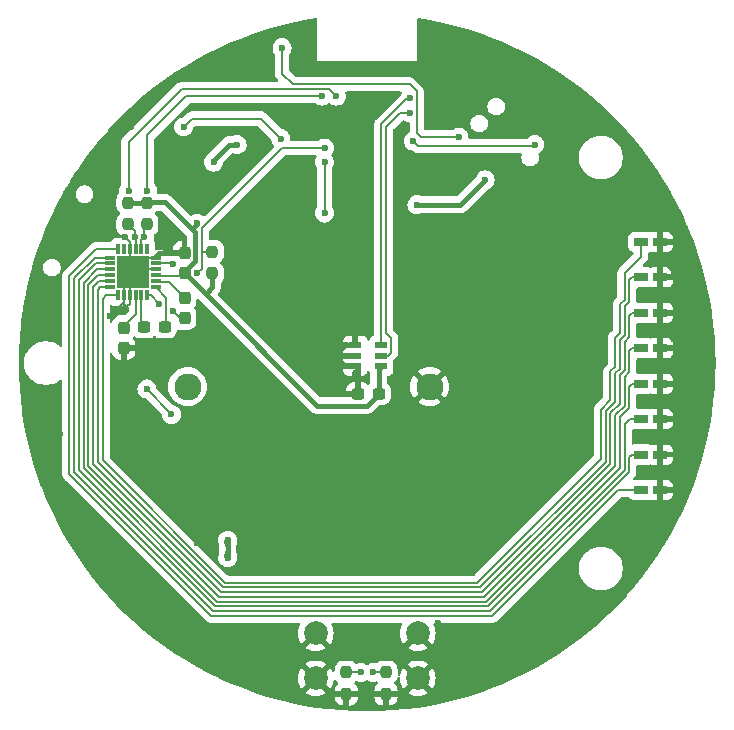
<source format=gtl>
%TF.GenerationSoftware,KiCad,Pcbnew,8.0.0*%
%TF.CreationDate,2024-04-20T13:33:13+02:00*%
%TF.ProjectId,BAT2024,42415432-3032-4342-9e6b-696361645f70,1.0*%
%TF.SameCoordinates,Original*%
%TF.FileFunction,Copper,L1,Top*%
%TF.FilePolarity,Positive*%
%FSLAX46Y46*%
G04 Gerber Fmt 4.6, Leading zero omitted, Abs format (unit mm)*
G04 Created by KiCad (PCBNEW 8.0.0) date 2024-04-20 13:33:13*
%MOMM*%
%LPD*%
G01*
G04 APERTURE LIST*
G04 Aperture macros list*
%AMRoundRect*
0 Rectangle with rounded corners*
0 $1 Rounding radius*
0 $2 $3 $4 $5 $6 $7 $8 $9 X,Y pos of 4 corners*
0 Add a 4 corners polygon primitive as box body*
4,1,4,$2,$3,$4,$5,$6,$7,$8,$9,$2,$3,0*
0 Add four circle primitives for the rounded corners*
1,1,$1+$1,$2,$3*
1,1,$1+$1,$4,$5*
1,1,$1+$1,$6,$7*
1,1,$1+$1,$8,$9*
0 Add four rect primitives between the rounded corners*
20,1,$1+$1,$2,$3,$4,$5,0*
20,1,$1+$1,$4,$5,$6,$7,0*
20,1,$1+$1,$6,$7,$8,$9,0*
20,1,$1+$1,$8,$9,$2,$3,0*%
G04 Aperture macros list end*
%TA.AperFunction,SMDPad,CuDef*%
%ADD10R,1.200000X0.700000*%
%TD*%
%TA.AperFunction,SMDPad,CuDef*%
%ADD11RoundRect,0.237500X-0.237500X0.250000X-0.237500X-0.250000X0.237500X-0.250000X0.237500X0.250000X0*%
%TD*%
%TA.AperFunction,SMDPad,CuDef*%
%ADD12R,0.850000X0.300000*%
%TD*%
%TA.AperFunction,SMDPad,CuDef*%
%ADD13R,0.300000X0.850000*%
%TD*%
%TA.AperFunction,SMDPad,CuDef*%
%ADD14R,2.700000X2.700000*%
%TD*%
%TA.AperFunction,SMDPad,CuDef*%
%ADD15RoundRect,0.237500X-0.237500X0.300000X-0.237500X-0.300000X0.237500X-0.300000X0.237500X0.300000X0*%
%TD*%
%TA.AperFunction,SMDPad,CuDef*%
%ADD16RoundRect,0.237500X0.237500X-0.250000X0.237500X0.250000X-0.237500X0.250000X-0.237500X-0.250000X0*%
%TD*%
%TA.AperFunction,SMDPad,CuDef*%
%ADD17R,1.032000X0.622000*%
%TD*%
%TA.AperFunction,SMDPad,CuDef*%
%ADD18R,1.032000X0.500000*%
%TD*%
%TA.AperFunction,SMDPad,CuDef*%
%ADD19RoundRect,0.237500X0.300000X0.237500X-0.300000X0.237500X-0.300000X-0.237500X0.300000X-0.237500X0*%
%TD*%
%TA.AperFunction,SMDPad,CuDef*%
%ADD20RoundRect,0.237500X0.237500X-0.300000X0.237500X0.300000X-0.237500X0.300000X-0.237500X-0.300000X0*%
%TD*%
%TA.AperFunction,ComponentPad*%
%ADD21C,2.280000*%
%TD*%
%TA.AperFunction,ComponentPad*%
%ADD22C,2.010000*%
%TD*%
%TA.AperFunction,ViaPad*%
%ADD23C,0.600000*%
%TD*%
%TA.AperFunction,Conductor*%
%ADD24C,0.200000*%
%TD*%
%TA.AperFunction,Conductor*%
%ADD25C,0.400000*%
%TD*%
G04 APERTURE END LIST*
D10*
%TO.P,LED7,1*%
%TO.N,GND*%
X139028000Y-65077999D03*
%TO.P,LED7,2*%
%TO.N,/LED7*%
X137427998Y-65078001D03*
%TD*%
%TO.P,LED4,1*%
%TO.N,GND*%
X139028000Y-56078000D03*
%TO.P,LED4,2*%
%TO.N,/LED4*%
X137428000Y-56078000D03*
%TD*%
%TO.P,LED2,1*%
%TO.N,GND*%
X139028000Y-50078000D03*
%TO.P,LED2,2*%
%TO.N,/LED2*%
X137428000Y-50078000D03*
%TD*%
D11*
%TO.P,R8,1*%
%TO.N,/DRV_EN*%
X101128000Y-47915500D03*
%TO.P,R8,2*%
%TO.N,+3.3V*%
X101128000Y-49740500D03*
%TD*%
D10*
%TO.P,LED1,1*%
%TO.N,GND*%
X139028000Y-47078000D03*
%TO.P,LED1,2*%
%TO.N,/LED1*%
X137428000Y-47078000D03*
%TD*%
%TO.P,LED6,1*%
%TO.N,GND*%
X139028000Y-62077999D03*
%TO.P,LED6,2*%
%TO.N,/LED6*%
X137428000Y-62078001D03*
%TD*%
D11*
%TO.P,R11,1*%
%TO.N,+3.3V*%
X93978000Y-43740500D03*
%TO.P,R11,2*%
%TO.N,/I2C_SCL*%
X93978000Y-45565500D03*
%TD*%
D10*
%TO.P,LED5,1*%
%TO.N,GND*%
X139028000Y-59078000D03*
%TO.P,LED5,2*%
%TO.N,/LED5*%
X137428000Y-59078000D03*
%TD*%
D12*
%TO.P,IC3,1,C2+*%
%TO.N,/C2+*%
X96328000Y-50903000D03*
%TO.P,IC3,2,C1+*%
%TO.N,/C1+*%
X96328000Y-50403000D03*
%TO.P,IC3,3,VDD*%
%TO.N,+3.3V*%
X96328000Y-49903000D03*
%TO.P,IC3,4,GND_1*%
%TO.N,GND*%
X96328000Y-49403000D03*
%TO.P,IC3,5,EN*%
%TO.N,/DRV_EN*%
X96328000Y-48903000D03*
%TO.P,IC3,6,CLK*%
%TO.N,GND*%
X96328000Y-48403000D03*
D13*
%TO.P,IC3,7,INT*%
%TO.N,unconnected-(IC3-INT-Pad7)*%
X95628000Y-47703000D03*
%TO.P,IC3,8,SDA*%
%TO.N,/I2C_SDA*%
X95128000Y-47703000D03*
%TO.P,IC3,9,SCL*%
%TO.N,/I2C_SCL*%
X94628000Y-47703000D03*
%TO.P,IC3,10,TRIG*%
%TO.N,GND*%
X94128000Y-47703000D03*
%TO.P,IC3,11,D9*%
%TO.N,unconnected-(IC3-D9-Pad11)*%
X93628000Y-47703000D03*
%TO.P,IC3,12,D8*%
%TO.N,/LED8*%
X93128000Y-47703000D03*
D12*
%TO.P,IC3,13,D7*%
%TO.N,/LED7*%
X92428000Y-48403000D03*
%TO.P,IC3,14,D6*%
%TO.N,/LED6*%
X92428000Y-48903000D03*
%TO.P,IC3,15,D5*%
%TO.N,/LED5*%
X92428000Y-49403000D03*
%TO.P,IC3,16,D4*%
%TO.N,/LED4*%
X92428000Y-49903000D03*
%TO.P,IC3,17,D3*%
%TO.N,/LED3*%
X92428000Y-50403000D03*
%TO.P,IC3,18,D2*%
%TO.N,/LED2*%
X92428000Y-50903000D03*
D13*
%TO.P,IC3,19,D1*%
%TO.N,/LED1*%
X93128000Y-51603000D03*
%TO.P,IC3,20,ASEL0*%
%TO.N,GND*%
X93628000Y-51603000D03*
%TO.P,IC3,21,ASEL1*%
X94128000Y-51603000D03*
%TO.P,IC3,22,VOUT*%
%TO.N,/DRV_VOUT*%
X94628000Y-51603000D03*
%TO.P,IC3,23,C2-*%
%TO.N,/C2-*%
X95128000Y-51603000D03*
%TO.P,IC3,24,C1-*%
%TO.N,/C1-*%
X95628000Y-51603000D03*
D14*
%TO.P,IC3,25,GND_2*%
%TO.N,GND*%
X94378000Y-49653000D03*
%TD*%
D15*
%TO.P,C3,1*%
%TO.N,/C1+*%
X98795500Y-51790500D03*
%TO.P,C3,2*%
%TO.N,/C1-*%
X98795500Y-53515500D03*
%TD*%
D16*
%TO.P,R4,1*%
%TO.N,GND*%
X112462000Y-85340500D03*
%TO.P,R4,2*%
%TO.N,Net-(J1-CC2)*%
X112462000Y-83515500D03*
%TD*%
D11*
%TO.P,R10,1*%
%TO.N,+3.3V*%
X95578000Y-43740500D03*
%TO.P,R10,2*%
%TO.N,/I2C_SDA*%
X95578000Y-45565500D03*
%TD*%
D10*
%TO.P,LED3,1*%
%TO.N,GND*%
X139028000Y-53078000D03*
%TO.P,LED3,2*%
%TO.N,/LED3*%
X137428000Y-53078000D03*
%TD*%
D15*
%TO.P,C2,1*%
%TO.N,/DRV_VOUT*%
X93628000Y-54328000D03*
%TO.P,C2,2*%
%TO.N,GND*%
X93628000Y-56053000D03*
%TD*%
D10*
%TO.P,LED8,1*%
%TO.N,GND*%
X139028000Y-68078000D03*
%TO.P,LED8,2*%
%TO.N,/LED8*%
X137428000Y-68078000D03*
%TD*%
D16*
%TO.P,R3,1*%
%TO.N,GND*%
X115828000Y-85340500D03*
%TO.P,R3,2*%
%TO.N,Net-(J1-CC1)*%
X115828000Y-83515500D03*
%TD*%
D17*
%TO.P,MK1,1,VDD*%
%TO.N,+3.3V*%
X115438000Y-57596000D03*
D18*
%TO.P,MK1,2,CLK*%
%TO.N,/PDM_CLK*%
X115438000Y-56712000D03*
D17*
%TO.P,MK1,3,DATA*%
%TO.N,/PDM_DATA0*%
X115438000Y-55828000D03*
%TO.P,MK1,4,GND_1*%
%TO.N,GND*%
X113228000Y-55828000D03*
D18*
%TO.P,MK1,5,SELECT*%
X113228000Y-56712000D03*
D17*
%TO.P,MK1,6,GND_2*%
X113228000Y-57596000D03*
%TD*%
D19*
%TO.P,C4,1*%
%TO.N,/C2+*%
X97090500Y-54269000D03*
%TO.P,C4,2*%
%TO.N,/C2-*%
X95365500Y-54269000D03*
%TD*%
%TO.P,C9,1*%
%TO.N,+3.3V*%
X115195500Y-59928000D03*
%TO.P,C9,2*%
%TO.N,GND*%
X113470500Y-59928000D03*
%TD*%
D20*
%TO.P,C1,1*%
%TO.N,+3.3V*%
X98795500Y-49715500D03*
%TO.P,C1,2*%
%TO.N,GND*%
X98795500Y-47990500D03*
%TD*%
D21*
%TO.P,H1,2,+*%
%TO.N,+BATT*%
X99028000Y-59328000D03*
%TO.P,H1,1,-*%
%TO.N,GND*%
X119518000Y-59328000D03*
%TD*%
D22*
%TO.P,J1,MH1,MH1*%
%TO.N,GND*%
X109888000Y-80228000D03*
%TO.P,J1,MH2,MH2*%
X109888000Y-84028000D03*
%TO.P,J1,MH3,MH3*%
X118528000Y-84028000D03*
%TO.P,J1,MH4,MH4*%
X118528000Y-80228000D03*
%TD*%
D23*
%TO.N,GND*%
X92228000Y-46228000D03*
X93728000Y-46669000D03*
X102228000Y-67328000D03*
X98228000Y-63328000D03*
X102228000Y-63328000D03*
X126228000Y-71328000D03*
X126228000Y-67328000D03*
X130228000Y-67328000D03*
X99828000Y-72528000D03*
X97373000Y-46669000D03*
X122228000Y-83328000D03*
X130228000Y-51328000D03*
X128228000Y-79328000D03*
X132228000Y-35328000D03*
X140228000Y-49728000D03*
X112228000Y-51328000D03*
X114228000Y-85340500D03*
X110228000Y-47328000D03*
X98228000Y-33328000D03*
X140228000Y-55328000D03*
X132228000Y-63328000D03*
X126228000Y-59328000D03*
X104228000Y-51328000D03*
X112228000Y-39328000D03*
X98228000Y-67328000D03*
X112228000Y-37328000D03*
X92428000Y-53328000D03*
X114228000Y-47328000D03*
X92228000Y-75328000D03*
X142228000Y-59328000D03*
X112228000Y-59928000D03*
X120228000Y-79328000D03*
X124228000Y-55328000D03*
X137828000Y-70228000D03*
X98228000Y-41328000D03*
X94228000Y-37328000D03*
X128228000Y-47328000D03*
X122228000Y-59328000D03*
X127228000Y-33628000D03*
X134228000Y-51328000D03*
X118228000Y-51328000D03*
X138228000Y-43328000D03*
X88228000Y-63328000D03*
X106228000Y-47328000D03*
X128228000Y-55328000D03*
X114228000Y-39328000D03*
X126228000Y-51328000D03*
X121828000Y-29528000D03*
X86228000Y-51328000D03*
X124228000Y-47328000D03*
X104228000Y-59328000D03*
X130228000Y-59328000D03*
X120228000Y-55328000D03*
X110228000Y-55328000D03*
X122228000Y-51328000D03*
X122428000Y-37128000D03*
X114228000Y-37328000D03*
X130228000Y-43328000D03*
X106628000Y-41928000D03*
X100228000Y-53328000D03*
X106428000Y-29528000D03*
X120228000Y-47328000D03*
X106228000Y-55328000D03*
X108228000Y-51328000D03*
X108578000Y-43228000D03*
X140228000Y-63328000D03*
X128228000Y-63328000D03*
X126228000Y-43328000D03*
X142228000Y-51328000D03*
X100228000Y-79328000D03*
%TO.N,+3.3V*%
X99828000Y-45490500D03*
X103228000Y-38828000D03*
X101228000Y-40328000D03*
X124228000Y-41828000D03*
X118454000Y-43928000D03*
%TO.N,/C1-*%
X97828000Y-52928000D03*
X96628000Y-52328000D03*
%TO.N,+BATT*%
X102428000Y-72328000D03*
X102428000Y-73828000D03*
%TO.N,/SWDIO*%
X118128000Y-38528000D03*
X128428000Y-38828000D03*
%TO.N,/PDM_CLK*%
X117828000Y-36128000D03*
%TO.N,/RESET*%
X122008222Y-38197222D03*
X107028000Y-30628000D03*
%TO.N,/PDM_DATA0*%
X117828000Y-34928000D03*
%TO.N,/Charge*%
X95590500Y-59528000D03*
X110628000Y-44628000D03*
X97666113Y-61679838D03*
X110628000Y-40328000D03*
%TO.N,/I2C_SDA*%
X110428000Y-34728000D03*
X95628000Y-42728000D03*
X95373000Y-46669000D03*
%TO.N,/SPI_MOSI*%
X98704000Y-37328000D03*
X106928000Y-38328000D03*
%TO.N,/DRV_EN*%
X97828000Y-48928000D03*
X99828000Y-49728000D03*
X110628000Y-39128000D03*
%TO.N,/I2C_SCL*%
X94028000Y-42753000D03*
X111628000Y-34728000D03*
X94572998Y-46667894D03*
%TO.N,Net-(J1-CC2)*%
X113708000Y-83528000D03*
%TO.N,Net-(J1-CC1)*%
X114728000Y-83528000D03*
%TD*%
D24*
%TO.N,/LED1*%
X91828000Y-51928000D02*
X92153000Y-51603000D01*
X92153000Y-51603000D02*
X93128000Y-51603000D01*
X102187802Y-75928000D02*
X91828000Y-65568198D01*
X91828000Y-65568198D02*
X91828000Y-51928000D01*
X123545157Y-75928000D02*
X102187802Y-75928000D01*
X134028000Y-61265260D02*
X134028000Y-65445157D01*
X134028000Y-65445157D02*
X123545157Y-75928000D01*
X134828000Y-60465260D02*
X134028000Y-61265260D01*
X134828000Y-58030945D02*
X134828000Y-60465260D01*
X135628000Y-52362315D02*
X135628000Y-54796629D01*
X135628000Y-54796629D02*
X135228000Y-55196630D01*
X135228000Y-55196630D02*
X135228000Y-57630945D01*
X136028000Y-51962315D02*
X135628000Y-52362315D01*
X136028000Y-49728000D02*
X136028000Y-51962315D01*
X135228000Y-57630945D02*
X134828000Y-58030945D01*
X137428000Y-48328000D02*
X136028000Y-49728000D01*
X137428000Y-47078000D02*
X137428000Y-48328000D01*
%TO.N,/LED2*%
X91653000Y-50903000D02*
X92428000Y-50903000D01*
X91428000Y-51128000D02*
X91653000Y-50903000D01*
X91428000Y-65733884D02*
X91428000Y-51128000D01*
X102022116Y-76328000D02*
X91428000Y-65733884D01*
X123799570Y-76328000D02*
X102022116Y-76328000D01*
X134428000Y-65699570D02*
X123799570Y-76328000D01*
X134428000Y-61430945D02*
X134428000Y-65699570D01*
X135228000Y-58196630D02*
X135228000Y-60630945D01*
X135228000Y-60630945D02*
X134428000Y-61430945D01*
X135628000Y-57796630D02*
X135228000Y-58196630D01*
X135628000Y-55362315D02*
X135628000Y-57796630D01*
X136028000Y-54962314D02*
X135628000Y-55362315D01*
X136028000Y-52528000D02*
X136028000Y-54962314D01*
X136428000Y-52128000D02*
X136028000Y-52528000D01*
X136428000Y-50328000D02*
X136428000Y-52128000D01*
X136678000Y-50078000D02*
X136428000Y-50328000D01*
X137428000Y-50078000D02*
X136678000Y-50078000D01*
%TO.N,/LED3*%
X91028000Y-65899570D02*
X91028000Y-50928000D01*
X91028000Y-50928000D02*
X91553000Y-50403000D01*
X101856430Y-76728000D02*
X91028000Y-65899570D01*
X123965256Y-76728000D02*
X101856430Y-76728000D01*
X91553000Y-50403000D02*
X92428000Y-50403000D01*
X134828000Y-65865256D02*
X123965256Y-76728000D01*
X134828000Y-61596630D02*
X134828000Y-65865256D01*
X135628000Y-60796630D02*
X134828000Y-61596630D01*
X136028000Y-55528000D02*
X136028000Y-57962314D01*
X135628000Y-58362315D02*
X135628000Y-60796630D01*
X136678000Y-53078000D02*
X136428000Y-53328000D01*
X137428000Y-53078000D02*
X136678000Y-53078000D01*
X136428000Y-53328000D02*
X136428000Y-55128000D01*
X136428000Y-55128000D02*
X136028000Y-55528000D01*
X136028000Y-57962314D02*
X135628000Y-58362315D01*
%TO.N,/LED4*%
X91453000Y-49903000D02*
X92428000Y-49903000D01*
X90628000Y-50728000D02*
X91453000Y-49903000D01*
X90628000Y-66065256D02*
X90628000Y-50728000D01*
X101690744Y-77128000D02*
X90628000Y-66065256D01*
X124130942Y-77128000D02*
X101690744Y-77128000D01*
X135228000Y-66030942D02*
X124130942Y-77128000D01*
X136028000Y-60962315D02*
X135228000Y-61762315D01*
X136028000Y-58528000D02*
X136028000Y-60962315D01*
X136428000Y-58127999D02*
X136028000Y-58528000D01*
X136428000Y-56328000D02*
X136428000Y-58127999D01*
X136678000Y-56078000D02*
X136428000Y-56328000D01*
X135228000Y-61762315D02*
X135228000Y-66030942D01*
X137428000Y-56078000D02*
X136678000Y-56078000D01*
%TO.N,/LED5*%
X90228000Y-50528000D02*
X91353000Y-49403000D01*
X90228000Y-66230942D02*
X90228000Y-50528000D01*
X91353000Y-49403000D02*
X92428000Y-49403000D01*
X124296628Y-77528000D02*
X101525058Y-77528000D01*
X136428000Y-61128000D02*
X135628000Y-61928000D01*
X136428000Y-59328000D02*
X136428000Y-61128000D01*
X101525058Y-77528000D02*
X90228000Y-66230942D01*
X135628000Y-61928000D02*
X135628000Y-66196628D01*
X136678000Y-59078000D02*
X136428000Y-59328000D01*
X135628000Y-66196628D02*
X124296628Y-77528000D01*
X137428000Y-59078000D02*
X136678000Y-59078000D01*
%TO.N,/LED6*%
X91253000Y-48903000D02*
X92428000Y-48903000D01*
X89828000Y-66396628D02*
X89828000Y-50328000D01*
X101359372Y-77928000D02*
X89828000Y-66396628D01*
X136028000Y-66362314D02*
X124462314Y-77928000D01*
X89828000Y-50328000D02*
X91253000Y-48903000D01*
X136028000Y-62528000D02*
X136028000Y-66362314D01*
X137428000Y-62078001D02*
X136477999Y-62078001D01*
X136477999Y-62078001D02*
X136028000Y-62528000D01*
X124462314Y-77928000D02*
X101359372Y-77928000D01*
%TO.N,/LED7*%
X91153000Y-48403000D02*
X92428000Y-48403000D01*
X101193686Y-78328000D02*
X89428000Y-66562314D01*
X89428000Y-50128000D02*
X91153000Y-48403000D01*
X124628000Y-78328000D02*
X101193686Y-78328000D01*
X136428000Y-65328000D02*
X136428000Y-66528000D01*
X136677999Y-65078001D02*
X136428000Y-65328000D01*
X89428000Y-66562314D02*
X89428000Y-50128000D01*
X137427998Y-65078001D02*
X136677999Y-65078001D01*
X136428000Y-66528000D02*
X124628000Y-78328000D01*
%TO.N,/LED8*%
X89028000Y-49928000D02*
X91253000Y-47703000D01*
X124828000Y-78728000D02*
X101028000Y-78728000D01*
X89028000Y-66728000D02*
X89028000Y-49928000D01*
X91253000Y-47703000D02*
X93128000Y-47703000D01*
X137428000Y-68078000D02*
X135478000Y-68078000D01*
X135478000Y-68078000D02*
X124828000Y-78728000D01*
X101028000Y-78728000D02*
X89028000Y-66728000D01*
D25*
%TO.N,+3.3V*%
X102528000Y-38828000D02*
X101228000Y-40128000D01*
X101228000Y-40128000D02*
X101228000Y-40328000D01*
X103228000Y-38828000D02*
X102528000Y-38828000D01*
D24*
%TO.N,/I2C_SCL*%
X111028000Y-34128000D02*
X98528000Y-34128000D01*
X98528000Y-34128000D02*
X94028000Y-38628000D01*
X94028000Y-38628000D02*
X94028000Y-42753000D01*
X111628000Y-34728000D02*
X111028000Y-34128000D01*
%TO.N,/I2C_SDA*%
X95628000Y-38028000D02*
X95628000Y-42728000D01*
X110428000Y-34728000D02*
X98928000Y-34728000D01*
X98928000Y-34728000D02*
X95628000Y-38028000D01*
%TO.N,/RESET*%
X117828000Y-33728000D02*
X107928000Y-33728000D01*
X118428000Y-34328000D02*
X117828000Y-33728000D01*
X107928000Y-33728000D02*
X107028000Y-32828000D01*
X107028000Y-32828000D02*
X107028000Y-30628000D01*
X118428000Y-37828000D02*
X118428000Y-34328000D01*
X118797222Y-38197222D02*
X118428000Y-37828000D01*
X122008222Y-38197222D02*
X118797222Y-38197222D01*
%TO.N,/C1-*%
X96628000Y-52328000D02*
X95903000Y-51603000D01*
X95903000Y-51603000D02*
X95628000Y-51603000D01*
%TO.N,/C2+*%
X97090500Y-54269000D02*
X97228000Y-54131500D01*
X97228000Y-54131500D02*
X97228000Y-51803000D01*
X97228000Y-51803000D02*
X96328000Y-50903000D01*
%TO.N,/C1-*%
X98415500Y-53515500D02*
X98795500Y-53515500D01*
X97828000Y-52928000D02*
X98415500Y-53515500D01*
%TO.N,/DRV_EN*%
X97803000Y-48903000D02*
X96328000Y-48903000D01*
X97828000Y-48928000D02*
X97803000Y-48903000D01*
%TO.N,+3.3V*%
X98460500Y-49928000D02*
X96353000Y-49928000D01*
X98673000Y-49715500D02*
X98460500Y-49928000D01*
X96353000Y-49928000D02*
X96328000Y-49903000D01*
%TO.N,GND*%
X93728000Y-46669000D02*
X94128000Y-47069000D01*
X94128000Y-47069000D02*
X94128000Y-47703000D01*
D25*
X112228000Y-59928000D02*
X113470500Y-59928000D01*
%TO.N,+BATT*%
X102428000Y-72328000D02*
X102428000Y-73828000D01*
D24*
%TO.N,GND*%
X112462000Y-85340500D02*
X114228000Y-85340500D01*
X94128000Y-52328000D02*
X93928000Y-52528000D01*
X94128000Y-49403000D02*
X94378000Y-49653000D01*
D25*
X111928000Y-56728000D02*
X111928000Y-56228000D01*
X111928000Y-56228000D02*
X112328000Y-55828000D01*
X97373000Y-47990500D02*
X96590500Y-47990500D01*
D24*
X94128000Y-51603000D02*
X94128000Y-52328000D01*
D25*
X113228000Y-57596000D02*
X112396000Y-57596000D01*
X111944000Y-56712000D02*
X113228000Y-56712000D01*
D24*
X94628000Y-49403000D02*
X94378000Y-49653000D01*
X94128000Y-49903000D02*
X94378000Y-49653000D01*
X93628000Y-52128000D02*
X92428000Y-53328000D01*
X93628000Y-50403000D02*
X94378000Y-49653000D01*
X139657181Y-48398819D02*
X139628000Y-48428000D01*
D25*
X112328000Y-55828000D02*
X113228000Y-55828000D01*
D24*
X139628000Y-48428000D02*
X139628000Y-49128000D01*
X139692290Y-48398819D02*
X139657181Y-48398819D01*
X93528000Y-52228000D02*
X93628000Y-52128000D01*
X93628000Y-51603000D02*
X93628000Y-52128000D01*
D25*
X113470500Y-59928000D02*
X113470500Y-57838500D01*
X97373000Y-47990500D02*
X97373000Y-46669000D01*
D24*
X94128000Y-47703000D02*
X94128000Y-49403000D01*
X94128000Y-51603000D02*
X94128000Y-49903000D01*
D25*
X111928000Y-56728000D02*
X111944000Y-56712000D01*
D24*
X96328000Y-48403000D02*
X96303000Y-48428000D01*
D25*
X96590500Y-47990500D02*
X96328000Y-48253000D01*
X113470500Y-57838500D02*
X113228000Y-57596000D01*
D24*
X93928000Y-52528000D02*
X93828000Y-52528000D01*
X96328000Y-49403000D02*
X94628000Y-49403000D01*
X139628000Y-49128000D02*
X140228000Y-49728000D01*
X93628000Y-51603000D02*
X93628000Y-50403000D01*
X95603000Y-48428000D02*
X94378000Y-49653000D01*
D25*
X98795500Y-47990500D02*
X97373000Y-47990500D01*
X111928000Y-57128000D02*
X111928000Y-56728000D01*
D24*
X115462000Y-85340500D02*
X114228000Y-85340500D01*
X93828000Y-52528000D02*
X93528000Y-52228000D01*
X96303000Y-48428000D02*
X95603000Y-48428000D01*
D25*
X112396000Y-57596000D02*
X111928000Y-57128000D01*
%TO.N,+3.3V*%
X118454000Y-43928000D02*
X122128000Y-43928000D01*
X98673000Y-49715500D02*
X99673000Y-48715500D01*
X97132000Y-43728000D02*
X95590500Y-43728000D01*
X99828000Y-45528000D02*
X99380000Y-45976000D01*
X99673000Y-46269000D02*
X99380000Y-45976000D01*
X93978000Y-43740500D02*
X95578000Y-43740500D01*
X99828000Y-45490500D02*
X99828000Y-45528000D01*
X110008000Y-60928000D02*
X114195500Y-60928000D01*
X101128000Y-50928000D02*
X100568000Y-51488000D01*
X99673000Y-48715500D02*
X99673000Y-46269000D01*
X98795500Y-49715500D02*
X100568000Y-51488000D01*
X122128000Y-43928000D02*
X124228000Y-41828000D01*
X114195500Y-60928000D02*
X115212000Y-59911500D01*
X99380000Y-45976000D02*
X97132000Y-43728000D01*
X115195500Y-59928000D02*
X115195500Y-57838500D01*
X115195500Y-57838500D02*
X115438000Y-57596000D01*
X115212000Y-59911500D02*
X115212000Y-59712000D01*
X100568000Y-51488000D02*
X110008000Y-60928000D01*
X101128000Y-49740500D02*
X101128000Y-50928000D01*
D24*
%TO.N,/DRV_VOUT*%
X93590500Y-54269000D02*
X94678000Y-53181500D01*
X94678000Y-53181500D02*
X94678000Y-51603000D01*
%TO.N,/C1+*%
X98795500Y-51790500D02*
X97458000Y-50453000D01*
X97458000Y-50453000D02*
X96328000Y-50453000D01*
%TO.N,/C2-*%
X95365500Y-54269000D02*
X95128000Y-54031500D01*
X95128000Y-54031500D02*
X95128000Y-51908000D01*
%TO.N,/SWDIO*%
X128428000Y-38828000D02*
X128328000Y-38928000D01*
X128328000Y-38928000D02*
X118528000Y-38928000D01*
X118528000Y-38928000D02*
X118128000Y-38528000D01*
%TO.N,/PDM_CLK*%
X116254000Y-56439000D02*
X115981000Y-56712000D01*
X117028000Y-36128000D02*
X115838000Y-37318000D01*
X117828000Y-36128000D02*
X117028000Y-36128000D01*
X116254000Y-55217000D02*
X116254000Y-56439000D01*
X115838000Y-54801000D02*
X116254000Y-55217000D01*
X115981000Y-56712000D02*
X115438000Y-56712000D01*
X115838000Y-37318000D02*
X115838000Y-54801000D01*
%TO.N,/PDM_DATA0*%
X117628000Y-34928000D02*
X115438000Y-37118000D01*
X117828000Y-34928000D02*
X117628000Y-34928000D01*
X115438000Y-37118000D02*
X115438000Y-55828000D01*
%TO.N,/Charge*%
X110628000Y-40528000D02*
X110628000Y-40328000D01*
X97666113Y-61679838D02*
X97666113Y-61603613D01*
X97666113Y-61603613D02*
X95590500Y-59528000D01*
X110628000Y-44628000D02*
X110628000Y-40528000D01*
%TO.N,/I2C_SDA*%
X95373000Y-45770500D02*
X95578000Y-45565500D01*
X95373000Y-46669000D02*
X95373000Y-45770500D01*
X95128000Y-47703000D02*
X95128000Y-46914000D01*
X95128000Y-46914000D02*
X95373000Y-46669000D01*
%TO.N,/SPI_MOSI*%
X98704000Y-37328000D02*
X99404000Y-36628000D01*
X99404000Y-36628000D02*
X105228000Y-36628000D01*
X105228000Y-36628000D02*
X106928000Y-38328000D01*
%TO.N,/DRV_EN*%
X101128000Y-47915500D02*
X100240500Y-47915500D01*
X100228000Y-47928000D02*
X100228000Y-49328000D01*
X110628000Y-39128000D02*
X107039029Y-39128000D01*
X100240500Y-47915500D02*
X100228000Y-47928000D01*
X107039029Y-39128000D02*
X100228000Y-45939029D01*
X100228000Y-45939029D02*
X100228000Y-47928000D01*
X100228000Y-49328000D02*
X99828000Y-49728000D01*
%TO.N,/I2C_SCL*%
X94572998Y-46667894D02*
X94628000Y-46722896D01*
X94628000Y-46722896D02*
X94628000Y-47703000D01*
X94572998Y-46160498D02*
X93978000Y-45565500D01*
X94572998Y-46667894D02*
X94572998Y-46160498D01*
%TO.N,Net-(J1-CC2)*%
X113695500Y-83515500D02*
X112462000Y-83515500D01*
X113708000Y-83528000D02*
X113695500Y-83515500D01*
%TO.N,Net-(J1-CC1)*%
X114740500Y-83515500D02*
X115462000Y-83515500D01*
X114728000Y-83528000D02*
X114740500Y-83515500D01*
%TD*%
%TA.AperFunction,Conductor*%
%TO.N,GND*%
G36*
X117101961Y-34348185D02*
G01*
X117147716Y-34400989D01*
X117157660Y-34470147D01*
X117139916Y-34518469D01*
X117102211Y-34578478D01*
X117102206Y-34578487D01*
X117097520Y-34591880D01*
X117068162Y-34638600D01*
X115069286Y-36637478D01*
X114957481Y-36749282D01*
X114957477Y-36749287D01*
X114939628Y-36780205D01*
X114934714Y-36788717D01*
X114878423Y-36886215D01*
X114837499Y-37038943D01*
X114837499Y-37038945D01*
X114837499Y-37207046D01*
X114837500Y-37207059D01*
X114837500Y-54928241D01*
X114817815Y-54995280D01*
X114765011Y-55041035D01*
X114756833Y-55044423D01*
X114679671Y-55073202D01*
X114679664Y-55073206D01*
X114564455Y-55159452D01*
X114564452Y-55159455D01*
X114478206Y-55274664D01*
X114478203Y-55274669D01*
X114448915Y-55353195D01*
X114407043Y-55409128D01*
X114341579Y-55433545D01*
X114273306Y-55418693D01*
X114223901Y-55369288D01*
X114216551Y-55353194D01*
X114187354Y-55274913D01*
X114187350Y-55274906D01*
X114101190Y-55159812D01*
X114101187Y-55159809D01*
X113986093Y-55073649D01*
X113986086Y-55073645D01*
X113851379Y-55023403D01*
X113851372Y-55023401D01*
X113791844Y-55017000D01*
X113478000Y-55017000D01*
X113478000Y-55404000D01*
X113458315Y-55471039D01*
X113405511Y-55516794D01*
X113354000Y-55528000D01*
X113102000Y-55528000D01*
X113034961Y-55508315D01*
X112989206Y-55455511D01*
X112978000Y-55404000D01*
X112978000Y-55017000D01*
X112664155Y-55017000D01*
X112604627Y-55023401D01*
X112604620Y-55023403D01*
X112469913Y-55073645D01*
X112469906Y-55073649D01*
X112354812Y-55159809D01*
X112354809Y-55159812D01*
X112268649Y-55274906D01*
X112268645Y-55274913D01*
X112218403Y-55409620D01*
X112218401Y-55409627D01*
X112212000Y-55469155D01*
X112212000Y-55578000D01*
X112604000Y-55578000D01*
X112671039Y-55597685D01*
X112716794Y-55650489D01*
X112728000Y-55702000D01*
X112728000Y-55954000D01*
X112708315Y-56021039D01*
X112655511Y-56066794D01*
X112604000Y-56078000D01*
X112212000Y-56078000D01*
X112212000Y-56186844D01*
X112218401Y-56246372D01*
X112218403Y-56246382D01*
X112222427Y-56257170D01*
X112227409Y-56326862D01*
X112222427Y-56343830D01*
X112218403Y-56354617D01*
X112218401Y-56354627D01*
X112212000Y-56414155D01*
X112212000Y-56462000D01*
X112604000Y-56462000D01*
X112671039Y-56481685D01*
X112716794Y-56534489D01*
X112728000Y-56586000D01*
X112728000Y-56838000D01*
X112708315Y-56905039D01*
X112655511Y-56950794D01*
X112604000Y-56962000D01*
X112212000Y-56962000D01*
X112212000Y-57009844D01*
X112218401Y-57069372D01*
X112218403Y-57069382D01*
X112222427Y-57080170D01*
X112227409Y-57149862D01*
X112222427Y-57166830D01*
X112218403Y-57177617D01*
X112218401Y-57177627D01*
X112212000Y-57237155D01*
X112212000Y-57346000D01*
X112604000Y-57346000D01*
X112671039Y-57365685D01*
X112716794Y-57418489D01*
X112728000Y-57470000D01*
X112728000Y-57722000D01*
X112708315Y-57789039D01*
X112655511Y-57834794D01*
X112604000Y-57846000D01*
X112212000Y-57846000D01*
X112212000Y-57954844D01*
X112218401Y-58014372D01*
X112218403Y-58014379D01*
X112268645Y-58149086D01*
X112268649Y-58149093D01*
X112354809Y-58264187D01*
X112354812Y-58264190D01*
X112469906Y-58350350D01*
X112469913Y-58350354D01*
X112604620Y-58400596D01*
X112604627Y-58400598D01*
X112664155Y-58406999D01*
X112664172Y-58407000D01*
X112978000Y-58407000D01*
X112978000Y-58052000D01*
X112997685Y-57984961D01*
X113050489Y-57939206D01*
X113102000Y-57928000D01*
X113354000Y-57928000D01*
X113421039Y-57947685D01*
X113466794Y-58000489D01*
X113478000Y-58052000D01*
X113478000Y-58407000D01*
X113791828Y-58407000D01*
X113791844Y-58406999D01*
X113851372Y-58400598D01*
X113851379Y-58400596D01*
X113986086Y-58350354D01*
X113986093Y-58350350D01*
X114101187Y-58264190D01*
X114101190Y-58264187D01*
X114187350Y-58149093D01*
X114187355Y-58149084D01*
X114216551Y-58070805D01*
X114258421Y-58014871D01*
X114323885Y-57990453D01*
X114392158Y-58005304D01*
X114441564Y-58054709D01*
X114448914Y-58070802D01*
X114478204Y-58149331D01*
X114478207Y-58149335D01*
X114479833Y-58152313D01*
X114480951Y-58156693D01*
X114481304Y-58157640D01*
X114481202Y-58157677D01*
X114495000Y-58211739D01*
X114495000Y-59001228D01*
X114475315Y-59068267D01*
X114440071Y-59102868D01*
X114440317Y-59103179D01*
X114437431Y-59105460D01*
X114436107Y-59106761D01*
X114434651Y-59107659D01*
X114434648Y-59107661D01*
X114420325Y-59121984D01*
X114359001Y-59155468D01*
X114289309Y-59150482D01*
X114244965Y-59121982D01*
X114231038Y-59108055D01*
X114231034Y-59108052D01*
X114084311Y-59017551D01*
X114084300Y-59017546D01*
X113920652Y-58963319D01*
X113819654Y-58953000D01*
X113720500Y-58953000D01*
X113720500Y-60054000D01*
X113700815Y-60121039D01*
X113648011Y-60166794D01*
X113596500Y-60178000D01*
X112433001Y-60178000D01*
X112419820Y-60191181D01*
X112358497Y-60224666D01*
X112332139Y-60227500D01*
X110349519Y-60227500D01*
X110282480Y-60207815D01*
X110261838Y-60191181D01*
X109748657Y-59678000D01*
X112433000Y-59678000D01*
X113220500Y-59678000D01*
X113220500Y-58952999D01*
X113121360Y-58953000D01*
X113121344Y-58953001D01*
X113020347Y-58963319D01*
X112856699Y-59017546D01*
X112856688Y-59017551D01*
X112709965Y-59108052D01*
X112709961Y-59108055D01*
X112588055Y-59229961D01*
X112588052Y-59229965D01*
X112497551Y-59376688D01*
X112497546Y-59376699D01*
X112443319Y-59540347D01*
X112433000Y-59641345D01*
X112433000Y-59678000D01*
X109748657Y-59678000D01*
X101646338Y-51575681D01*
X101612853Y-51514358D01*
X101617837Y-51444666D01*
X101646337Y-51400319D01*
X101672114Y-51374543D01*
X101748775Y-51259811D01*
X101801580Y-51132328D01*
X101828500Y-50996994D01*
X101828500Y-50859006D01*
X101828500Y-50622552D01*
X101848185Y-50555513D01*
X101864819Y-50534871D01*
X101948340Y-50451350D01*
X102038908Y-50304516D01*
X102093174Y-50140753D01*
X102103500Y-50039677D01*
X102103499Y-49441324D01*
X102093174Y-49340247D01*
X102038908Y-49176484D01*
X101948340Y-49029650D01*
X101834371Y-48915681D01*
X101800886Y-48854358D01*
X101805870Y-48784666D01*
X101834371Y-48740319D01*
X101877974Y-48696716D01*
X101948340Y-48626350D01*
X102038908Y-48479516D01*
X102093174Y-48315753D01*
X102103500Y-48214677D01*
X102103499Y-47616324D01*
X102100560Y-47587556D01*
X102093174Y-47515247D01*
X102038908Y-47351484D01*
X101948340Y-47204650D01*
X101826350Y-47082660D01*
X101720792Y-47017551D01*
X101679518Y-46992093D01*
X101679513Y-46992091D01*
X101678069Y-46991612D01*
X101515753Y-46937826D01*
X101515751Y-46937825D01*
X101414684Y-46927500D01*
X100952500Y-46927500D01*
X100885461Y-46907815D01*
X100839706Y-46855011D01*
X100828500Y-46803500D01*
X100828500Y-46239126D01*
X100848185Y-46172087D01*
X100864819Y-46151445D01*
X107251446Y-39764819D01*
X107312769Y-39731334D01*
X107339127Y-39728500D01*
X109834921Y-39728500D01*
X109901960Y-39748185D01*
X109947715Y-39800989D01*
X109957659Y-39870147D01*
X109939915Y-39918472D01*
X109902211Y-39978476D01*
X109842631Y-40148745D01*
X109842630Y-40148750D01*
X109822435Y-40327996D01*
X109822435Y-40328003D01*
X109842630Y-40507249D01*
X109842631Y-40507254D01*
X109902211Y-40677523D01*
X109998185Y-40830263D01*
X110000445Y-40833097D01*
X110001334Y-40835275D01*
X110001889Y-40836158D01*
X110001734Y-40836255D01*
X110026855Y-40897783D01*
X110027500Y-40910412D01*
X110027500Y-44045587D01*
X110007815Y-44112626D01*
X110000450Y-44122896D01*
X109998186Y-44125734D01*
X109902211Y-44278476D01*
X109842631Y-44448745D01*
X109842630Y-44448750D01*
X109822435Y-44627996D01*
X109822435Y-44628003D01*
X109842630Y-44807249D01*
X109842631Y-44807254D01*
X109902211Y-44977523D01*
X109998184Y-45130262D01*
X110125738Y-45257816D01*
X110278478Y-45353789D01*
X110448745Y-45413368D01*
X110448750Y-45413369D01*
X110627996Y-45433565D01*
X110628000Y-45433565D01*
X110628004Y-45433565D01*
X110807249Y-45413369D01*
X110807252Y-45413368D01*
X110807255Y-45413368D01*
X110977522Y-45353789D01*
X111130262Y-45257816D01*
X111257816Y-45130262D01*
X111353789Y-44977522D01*
X111413368Y-44807255D01*
X111421773Y-44732660D01*
X111433565Y-44628003D01*
X111433565Y-44627996D01*
X111413369Y-44448750D01*
X111413368Y-44448745D01*
X111407276Y-44431334D01*
X111353789Y-44278478D01*
X111353188Y-44277522D01*
X111320645Y-44225730D01*
X111257816Y-44125738D01*
X111257814Y-44125736D01*
X111257813Y-44125734D01*
X111255550Y-44122896D01*
X111254659Y-44120715D01*
X111254111Y-44119842D01*
X111254264Y-44119745D01*
X111229144Y-44058209D01*
X111228500Y-44045587D01*
X111228500Y-40910412D01*
X111248185Y-40843373D01*
X111255555Y-40833097D01*
X111257810Y-40830267D01*
X111257816Y-40830262D01*
X111353789Y-40677522D01*
X111413368Y-40507255D01*
X111425512Y-40399474D01*
X111433565Y-40328003D01*
X111433565Y-40327996D01*
X111413369Y-40148750D01*
X111413368Y-40148745D01*
X111378566Y-40049288D01*
X111353789Y-39978478D01*
X111257816Y-39825738D01*
X111247759Y-39815681D01*
X111214274Y-39754358D01*
X111219258Y-39684666D01*
X111247759Y-39640319D01*
X111257816Y-39630262D01*
X111353789Y-39477522D01*
X111413368Y-39307255D01*
X111419392Y-39253789D01*
X111433565Y-39128003D01*
X111433565Y-39127996D01*
X111413369Y-38948750D01*
X111413368Y-38948745D01*
X111406143Y-38928097D01*
X111353789Y-38778478D01*
X111352921Y-38777097D01*
X111307784Y-38705262D01*
X111257816Y-38625738D01*
X111130262Y-38498184D01*
X111069087Y-38459745D01*
X110977523Y-38402211D01*
X110807254Y-38342631D01*
X110807249Y-38342630D01*
X110628004Y-38322435D01*
X110627996Y-38322435D01*
X110448750Y-38342630D01*
X110448745Y-38342631D01*
X110278476Y-38402211D01*
X110125736Y-38498185D01*
X110122903Y-38500445D01*
X110120724Y-38501334D01*
X110119842Y-38501889D01*
X110119744Y-38501734D01*
X110058217Y-38526855D01*
X110045588Y-38527500D01*
X107849843Y-38527500D01*
X107782804Y-38507815D01*
X107737049Y-38455011D01*
X107726623Y-38389617D01*
X107733565Y-38328003D01*
X107733565Y-38327996D01*
X107713369Y-38148750D01*
X107713368Y-38148745D01*
X107699517Y-38109161D01*
X107653789Y-37978478D01*
X107557816Y-37825738D01*
X107430262Y-37698184D01*
X107397377Y-37677521D01*
X107277521Y-37602210D01*
X107107249Y-37542630D01*
X107020330Y-37532837D01*
X106955916Y-37505770D01*
X106946533Y-37497298D01*
X105715590Y-36266355D01*
X105715588Y-36266352D01*
X105596717Y-36147481D01*
X105596716Y-36147480D01*
X105509904Y-36097360D01*
X105509904Y-36097359D01*
X105509900Y-36097358D01*
X105459785Y-36068423D01*
X105307057Y-36027499D01*
X105148943Y-36027499D01*
X105141347Y-36027499D01*
X105141331Y-36027500D01*
X99324940Y-36027500D01*
X99284019Y-36038464D01*
X99284019Y-36038465D01*
X99246751Y-36048451D01*
X99172214Y-36068423D01*
X99172209Y-36068426D01*
X99035290Y-36147475D01*
X99035282Y-36147481D01*
X98923478Y-36259286D01*
X98685465Y-36497298D01*
X98624142Y-36530783D01*
X98611668Y-36532837D01*
X98524750Y-36542630D01*
X98354478Y-36602210D01*
X98201737Y-36698184D01*
X98074184Y-36825737D01*
X97978211Y-36978476D01*
X97918631Y-37148745D01*
X97918630Y-37148750D01*
X97898435Y-37327996D01*
X97898435Y-37328003D01*
X97918630Y-37507249D01*
X97918631Y-37507254D01*
X97978211Y-37677523D01*
X98034754Y-37767510D01*
X98074184Y-37830262D01*
X98201738Y-37957816D01*
X98272305Y-38002156D01*
X98336721Y-38042632D01*
X98354478Y-38053789D01*
X98492860Y-38102211D01*
X98524745Y-38113368D01*
X98524750Y-38113369D01*
X98703996Y-38133565D01*
X98704000Y-38133565D01*
X98704004Y-38133565D01*
X98883249Y-38113369D01*
X98883252Y-38113368D01*
X98883255Y-38113368D01*
X99053522Y-38053789D01*
X99206262Y-37957816D01*
X99333816Y-37830262D01*
X99429789Y-37677522D01*
X99489368Y-37507255D01*
X99499161Y-37420329D01*
X99526226Y-37355919D01*
X99534701Y-37346533D01*
X99616418Y-37264818D01*
X99677741Y-37231333D01*
X99704098Y-37228500D01*
X104927903Y-37228500D01*
X104994942Y-37248185D01*
X105015584Y-37264819D01*
X106097298Y-38346533D01*
X106130783Y-38407856D01*
X106132837Y-38420330D01*
X106142630Y-38507249D01*
X106202210Y-38677521D01*
X106298184Y-38830262D01*
X106305176Y-38837254D01*
X106338661Y-38898577D01*
X106333677Y-38968269D01*
X106305176Y-39012616D01*
X100478084Y-44839707D01*
X100416761Y-44873192D01*
X100347069Y-44868208D01*
X100324431Y-44857020D01*
X100177523Y-44764711D01*
X100007254Y-44705131D01*
X100007249Y-44705130D01*
X99828004Y-44684935D01*
X99827996Y-44684935D01*
X99648750Y-44705130D01*
X99648745Y-44705131D01*
X99478476Y-44764711D01*
X99366235Y-44835238D01*
X99298998Y-44854238D01*
X99232163Y-44833870D01*
X99212582Y-44817925D01*
X97578546Y-43183888D01*
X97578545Y-43183887D01*
X97463807Y-43107222D01*
X97336332Y-43054421D01*
X97336322Y-43054418D01*
X97200996Y-43027500D01*
X97200994Y-43027500D01*
X97200993Y-43027500D01*
X96538576Y-43027500D01*
X96471537Y-43007815D01*
X96425782Y-42955011D01*
X96415356Y-42889617D01*
X96433565Y-42728003D01*
X96433565Y-42727996D01*
X96413369Y-42548750D01*
X96413368Y-42548745D01*
X96411541Y-42543525D01*
X96353789Y-42378478D01*
X96257816Y-42225738D01*
X96257814Y-42225736D01*
X96257813Y-42225734D01*
X96255550Y-42222896D01*
X96254659Y-42220715D01*
X96254111Y-42219842D01*
X96254264Y-42219745D01*
X96229144Y-42158209D01*
X96228500Y-42145587D01*
X96228500Y-40328003D01*
X100422435Y-40328003D01*
X100442630Y-40507249D01*
X100442631Y-40507254D01*
X100502211Y-40677523D01*
X100598184Y-40830262D01*
X100725738Y-40957816D01*
X100816080Y-41014582D01*
X100871287Y-41049271D01*
X100878478Y-41053789D01*
X101016860Y-41102211D01*
X101048745Y-41113368D01*
X101048750Y-41113369D01*
X101227996Y-41133565D01*
X101228000Y-41133565D01*
X101228004Y-41133565D01*
X101407249Y-41113369D01*
X101407252Y-41113368D01*
X101407255Y-41113368D01*
X101577522Y-41053789D01*
X101730262Y-40957816D01*
X101857816Y-40830262D01*
X101953789Y-40677522D01*
X102013368Y-40507255D01*
X102030600Y-40354313D01*
X102057666Y-40289900D01*
X102066129Y-40280526D01*
X102759966Y-39586690D01*
X102821287Y-39553207D01*
X102888600Y-39557331D01*
X103048745Y-39613368D01*
X103048750Y-39613369D01*
X103227996Y-39633565D01*
X103228000Y-39633565D01*
X103228004Y-39633565D01*
X103407249Y-39613369D01*
X103407252Y-39613368D01*
X103407255Y-39613368D01*
X103577522Y-39553789D01*
X103730262Y-39457816D01*
X103857816Y-39330262D01*
X103953789Y-39177522D01*
X104013368Y-39007255D01*
X104019960Y-38948750D01*
X104033565Y-38828003D01*
X104033565Y-38827996D01*
X104013369Y-38648750D01*
X104013368Y-38648745D01*
X103953789Y-38478478D01*
X103940900Y-38457966D01*
X103868431Y-38342632D01*
X103857816Y-38325738D01*
X103730262Y-38198184D01*
X103660614Y-38154421D01*
X103577523Y-38102211D01*
X103407254Y-38042631D01*
X103407249Y-38042630D01*
X103228004Y-38022435D01*
X103227996Y-38022435D01*
X103048750Y-38042630D01*
X103048745Y-38042631D01*
X102878474Y-38102212D01*
X102868477Y-38108494D01*
X102802506Y-38127500D01*
X102459004Y-38127500D01*
X102323677Y-38154418D01*
X102323667Y-38154421D01*
X102196192Y-38207222D01*
X102081454Y-38283887D01*
X100683888Y-39681453D01*
X100683884Y-39681458D01*
X100667142Y-39706516D01*
X100652453Y-39728500D01*
X100634303Y-39755664D01*
X100607223Y-39796191D01*
X100592799Y-39831013D01*
X100583233Y-39849529D01*
X100502209Y-39978479D01*
X100442633Y-40148737D01*
X100442630Y-40148750D01*
X100422435Y-40327996D01*
X100422435Y-40328003D01*
X96228500Y-40328003D01*
X96228500Y-38328097D01*
X96248185Y-38261058D01*
X96264819Y-38240416D01*
X99140417Y-35364819D01*
X99201740Y-35331334D01*
X99228098Y-35328500D01*
X109845588Y-35328500D01*
X109912627Y-35348185D01*
X109922903Y-35355555D01*
X109925736Y-35357814D01*
X109925738Y-35357816D01*
X110078478Y-35453789D01*
X110248745Y-35513368D01*
X110248750Y-35513369D01*
X110427996Y-35533565D01*
X110428000Y-35533565D01*
X110428004Y-35533565D01*
X110607249Y-35513369D01*
X110607252Y-35513368D01*
X110607255Y-35513368D01*
X110777522Y-35453789D01*
X110930262Y-35357816D01*
X110940319Y-35347759D01*
X111001642Y-35314274D01*
X111071334Y-35319258D01*
X111115681Y-35347759D01*
X111125738Y-35357816D01*
X111278478Y-35453789D01*
X111448745Y-35513368D01*
X111448750Y-35513369D01*
X111627996Y-35533565D01*
X111628000Y-35533565D01*
X111628004Y-35533565D01*
X111807249Y-35513369D01*
X111807252Y-35513368D01*
X111807255Y-35513368D01*
X111977522Y-35453789D01*
X112130262Y-35357816D01*
X112257816Y-35230262D01*
X112353789Y-35077522D01*
X112413368Y-34907255D01*
X112413369Y-34907249D01*
X112433565Y-34728003D01*
X112433565Y-34727996D01*
X112413369Y-34548750D01*
X112413366Y-34548737D01*
X112394022Y-34493455D01*
X112390460Y-34423676D01*
X112425188Y-34363049D01*
X112487182Y-34330821D01*
X112511063Y-34328500D01*
X117034922Y-34328500D01*
X117101961Y-34348185D01*
G37*
%TD.AperFunction*%
%TA.AperFunction,Conductor*%
G36*
X92626811Y-52390305D02*
G01*
X92735664Y-52471793D01*
X92735671Y-52471797D01*
X92772864Y-52485669D01*
X92870517Y-52522091D01*
X92930127Y-52528500D01*
X93325872Y-52528499D01*
X93334711Y-52527548D01*
X93367094Y-52524068D01*
X93393606Y-52524068D01*
X93430166Y-52527999D01*
X93430182Y-52528000D01*
X93478000Y-52528000D01*
X93493611Y-52512388D01*
X93497685Y-52498515D01*
X93527686Y-52466289D01*
X93579690Y-52427359D01*
X93645154Y-52402943D01*
X93713426Y-52417795D01*
X93762832Y-52467200D01*
X93778000Y-52526627D01*
X93778000Y-52528000D01*
X93825821Y-52528000D01*
X93825831Y-52527999D01*
X93864742Y-52523815D01*
X93891258Y-52523815D01*
X93930168Y-52527999D01*
X93930179Y-52528000D01*
X93953500Y-52528000D01*
X94020539Y-52547685D01*
X94066294Y-52600489D01*
X94077500Y-52652000D01*
X94077500Y-52881402D01*
X94057815Y-52948441D01*
X94041181Y-52969083D01*
X93756582Y-53253681D01*
X93695259Y-53287166D01*
X93668901Y-53290000D01*
X93341331Y-53290000D01*
X93341312Y-53290001D01*
X93240247Y-53300325D01*
X93076484Y-53354592D01*
X93076481Y-53354593D01*
X92929648Y-53445161D01*
X92807661Y-53567148D01*
X92717093Y-53713981D01*
X92717091Y-53713986D01*
X92670206Y-53855476D01*
X92630433Y-53912921D01*
X92565917Y-53939744D01*
X92497141Y-53927429D01*
X92445942Y-53879886D01*
X92428500Y-53816472D01*
X92428500Y-52489571D01*
X92448185Y-52422532D01*
X92500989Y-52376777D01*
X92570147Y-52366833D01*
X92626811Y-52390305D01*
G37*
%TD.AperFunction*%
%TA.AperFunction,Conductor*%
G36*
X96857520Y-44448185D02*
G01*
X96878162Y-44464819D01*
X98936181Y-46522838D01*
X98969666Y-46584161D01*
X98972500Y-46610519D01*
X98972500Y-48116500D01*
X98952815Y-48183539D01*
X98900011Y-48229294D01*
X98848500Y-48240500D01*
X98274183Y-48240500D01*
X98208212Y-48221494D01*
X98177521Y-48202209D01*
X98007262Y-48142633D01*
X98007249Y-48142630D01*
X97828004Y-48122435D01*
X97827996Y-48122435D01*
X97648750Y-48142630D01*
X97648745Y-48142631D01*
X97478476Y-48202211D01*
X97435001Y-48229529D01*
X97367764Y-48248529D01*
X97300929Y-48228161D01*
X97255715Y-48174893D01*
X97248351Y-48153045D01*
X97246597Y-48145621D01*
X97196354Y-48010913D01*
X97196350Y-48010906D01*
X97110190Y-47895812D01*
X97110187Y-47895809D01*
X96995093Y-47809649D01*
X96995086Y-47809645D01*
X96860379Y-47759403D01*
X96860372Y-47759401D01*
X96800844Y-47753000D01*
X96467873Y-47753000D01*
X96428855Y-47774305D01*
X96359163Y-47769319D01*
X96320667Y-47740500D01*
X97820500Y-47740500D01*
X98545500Y-47740500D01*
X98545500Y-46953000D01*
X98508861Y-46953000D01*
X98508843Y-46953001D01*
X98407847Y-46963319D01*
X98244199Y-47017546D01*
X98244188Y-47017551D01*
X98097465Y-47108052D01*
X98097461Y-47108055D01*
X97975555Y-47229961D01*
X97975552Y-47229965D01*
X97885051Y-47376688D01*
X97885046Y-47376699D01*
X97830819Y-47540347D01*
X97820500Y-47641345D01*
X97820500Y-47740500D01*
X96320667Y-47740500D01*
X96303230Y-47727446D01*
X96278815Y-47661981D01*
X96278499Y-47653138D01*
X96278499Y-47230129D01*
X96278498Y-47230123D01*
X96277676Y-47222480D01*
X96272091Y-47170517D01*
X96271956Y-47170156D01*
X96221797Y-47035671D01*
X96221795Y-47035668D01*
X96221791Y-47035663D01*
X96189174Y-46992092D01*
X96173480Y-46971127D01*
X96149063Y-46905663D01*
X96155706Y-46855861D01*
X96158368Y-46848255D01*
X96159951Y-46834204D01*
X96178565Y-46669003D01*
X96178565Y-46668997D01*
X96165209Y-46550463D01*
X96177263Y-46481641D01*
X96223331Y-46431041D01*
X96276350Y-46398340D01*
X96398340Y-46276350D01*
X96488908Y-46129516D01*
X96543174Y-45965753D01*
X96553500Y-45864677D01*
X96553499Y-45266324D01*
X96543174Y-45165247D01*
X96488908Y-45001484D01*
X96398340Y-44854650D01*
X96284371Y-44740681D01*
X96250886Y-44679358D01*
X96255870Y-44609666D01*
X96284371Y-44565319D01*
X96384871Y-44464819D01*
X96446194Y-44431334D01*
X96472552Y-44428500D01*
X96790481Y-44428500D01*
X96857520Y-44448185D01*
G37*
%TD.AperFunction*%
%TA.AperFunction,Conductor*%
G36*
X118572216Y-28151002D02*
G01*
X119583957Y-28318832D01*
X119588383Y-28319649D01*
X120639912Y-28533808D01*
X120644241Y-28534772D01*
X121687251Y-28787192D01*
X121691551Y-28788317D01*
X122724625Y-29078655D01*
X122728918Y-29079947D01*
X123750674Y-29407814D01*
X123754895Y-29409254D01*
X124764019Y-29774227D01*
X124768206Y-29775828D01*
X125763349Y-30177422D01*
X125767443Y-30179163D01*
X126747196Y-30616808D01*
X126751268Y-30618716D01*
X127135057Y-30807254D01*
X127714376Y-31091847D01*
X127718405Y-31093918D01*
X128663589Y-31601907D01*
X128667539Y-31604124D01*
X129593552Y-32146302D01*
X129597389Y-32148644D01*
X130485967Y-32713464D01*
X130502950Y-32724259D01*
X130506718Y-32726751D01*
X130527929Y-32741348D01*
X131390700Y-33335088D01*
X131394383Y-33337724D01*
X132255496Y-33977894D01*
X132259081Y-33980662D01*
X133096254Y-34651867D01*
X133099736Y-34654764D01*
X133184539Y-34728000D01*
X133869181Y-35319258D01*
X133911868Y-35356122D01*
X133915233Y-35359138D01*
X134678333Y-36068426D01*
X134701182Y-36089664D01*
X134704443Y-36092808D01*
X135463191Y-36851556D01*
X135466335Y-36854817D01*
X136128674Y-37567406D01*
X136196854Y-37640758D01*
X136199872Y-37644126D01*
X136290389Y-37748939D01*
X136901235Y-38456263D01*
X136904132Y-38459745D01*
X137575337Y-39296918D01*
X137578105Y-39300503D01*
X138218275Y-40161616D01*
X138220911Y-40165299D01*
X138829241Y-41049271D01*
X138831740Y-41053049D01*
X139407346Y-41958596D01*
X139409706Y-41962462D01*
X139951875Y-42888460D01*
X139954092Y-42892410D01*
X140462081Y-43837594D01*
X140464152Y-43841623D01*
X140937276Y-44804717D01*
X140939198Y-44808818D01*
X141139760Y-45257815D01*
X141259987Y-45526967D01*
X141376820Y-45788519D01*
X141378587Y-45792677D01*
X141407648Y-45864687D01*
X141780162Y-46787771D01*
X141781780Y-46792002D01*
X142146734Y-47801071D01*
X142148196Y-47805358D01*
X142476045Y-48827059D01*
X142477350Y-48831396D01*
X142664193Y-49496215D01*
X142763325Y-49848945D01*
X142767671Y-49864407D01*
X142768816Y-49868786D01*
X143019223Y-50903479D01*
X143021216Y-50911712D01*
X143022199Y-50916128D01*
X143026180Y-50935669D01*
X143236347Y-51967602D01*
X143237169Y-51972056D01*
X143412761Y-53030589D01*
X143413421Y-53035070D01*
X143550244Y-54099367D01*
X143550739Y-54103869D01*
X143648596Y-55172410D01*
X143648927Y-55176928D01*
X143707695Y-56248368D01*
X143707860Y-56252894D01*
X143727458Y-57325735D01*
X143727458Y-57330265D01*
X143707860Y-58403105D01*
X143707695Y-58407631D01*
X143648927Y-59479071D01*
X143648596Y-59483589D01*
X143550739Y-60552130D01*
X143550244Y-60556632D01*
X143413421Y-61620929D01*
X143412761Y-61625410D01*
X143237169Y-62683943D01*
X143236347Y-62688397D01*
X143022201Y-63739866D01*
X143021216Y-63744287D01*
X142768817Y-64787209D01*
X142767671Y-64791592D01*
X142477350Y-65824603D01*
X142476045Y-65828940D01*
X142148196Y-66850641D01*
X142146734Y-66854928D01*
X141781780Y-67863997D01*
X141780162Y-67868228D01*
X141378592Y-68863312D01*
X141376820Y-68867480D01*
X140939198Y-69847181D01*
X140937276Y-69851282D01*
X140464152Y-70814376D01*
X140462081Y-70818405D01*
X139954092Y-71763589D01*
X139951875Y-71767539D01*
X139409706Y-72693537D01*
X139407346Y-72697403D01*
X138831740Y-73602950D01*
X138829241Y-73606728D01*
X138220911Y-74490700D01*
X138218275Y-74494383D01*
X137578105Y-75355496D01*
X137575337Y-75359081D01*
X136904132Y-76196254D01*
X136901235Y-76199736D01*
X136199877Y-77011868D01*
X136196854Y-77015241D01*
X135466335Y-77801182D01*
X135463191Y-77804443D01*
X134704443Y-78563191D01*
X134701182Y-78566335D01*
X133915241Y-79296854D01*
X133911868Y-79299877D01*
X133099736Y-80001235D01*
X133096254Y-80004132D01*
X132259081Y-80675337D01*
X132255496Y-80678105D01*
X131394383Y-81318275D01*
X131390700Y-81320911D01*
X130506728Y-81929241D01*
X130502950Y-81931740D01*
X129597403Y-82507346D01*
X129593537Y-82509706D01*
X128667539Y-83051875D01*
X128663589Y-83054092D01*
X127718405Y-83562081D01*
X127714376Y-83564152D01*
X126751282Y-84037276D01*
X126747181Y-84039198D01*
X125767480Y-84476820D01*
X125763312Y-84478592D01*
X124768228Y-84880162D01*
X124763997Y-84881780D01*
X123754928Y-85246734D01*
X123750641Y-85248196D01*
X122728940Y-85576045D01*
X122724603Y-85577350D01*
X121691592Y-85867671D01*
X121687209Y-85868817D01*
X120644287Y-86121216D01*
X120639866Y-86122201D01*
X119588397Y-86336347D01*
X119583943Y-86337169D01*
X118525410Y-86512761D01*
X118520929Y-86513421D01*
X117456632Y-86650244D01*
X117452130Y-86650739D01*
X116383589Y-86748596D01*
X116379071Y-86748927D01*
X115307631Y-86807695D01*
X115303105Y-86807860D01*
X114230265Y-86827458D01*
X114225735Y-86827458D01*
X113152894Y-86807860D01*
X113148368Y-86807695D01*
X112076928Y-86748927D01*
X112072410Y-86748596D01*
X111003869Y-86650739D01*
X110999367Y-86650244D01*
X109935070Y-86513421D01*
X109930589Y-86512761D01*
X108872056Y-86337169D01*
X108867602Y-86336347D01*
X107816133Y-86122201D01*
X107811712Y-86121216D01*
X107542402Y-86056040D01*
X106768786Y-85868816D01*
X106764407Y-85867671D01*
X105778186Y-85590500D01*
X111487001Y-85590500D01*
X111487001Y-85639654D01*
X111497319Y-85740652D01*
X111551546Y-85904300D01*
X111551551Y-85904311D01*
X111642052Y-86051034D01*
X111642055Y-86051038D01*
X111763961Y-86172944D01*
X111763965Y-86172947D01*
X111910688Y-86263448D01*
X111910699Y-86263453D01*
X112074347Y-86317680D01*
X112175352Y-86327999D01*
X112212000Y-86327999D01*
X112212000Y-85590500D01*
X112712000Y-85590500D01*
X112712000Y-86327999D01*
X112748640Y-86327999D01*
X112748654Y-86327998D01*
X112849652Y-86317680D01*
X113013300Y-86263453D01*
X113013311Y-86263448D01*
X113160034Y-86172947D01*
X113160038Y-86172944D01*
X113281944Y-86051038D01*
X113281947Y-86051034D01*
X113372448Y-85904311D01*
X113372453Y-85904300D01*
X113426680Y-85740652D01*
X113436999Y-85639654D01*
X113437000Y-85639641D01*
X113437000Y-85590500D01*
X114853001Y-85590500D01*
X114853001Y-85639654D01*
X114863319Y-85740652D01*
X114917546Y-85904300D01*
X114917551Y-85904311D01*
X115008052Y-86051034D01*
X115008055Y-86051038D01*
X115129961Y-86172944D01*
X115129965Y-86172947D01*
X115276688Y-86263448D01*
X115276699Y-86263453D01*
X115440347Y-86317680D01*
X115541352Y-86327999D01*
X115578000Y-86327999D01*
X115578000Y-85590500D01*
X116078000Y-85590500D01*
X116078000Y-86327999D01*
X116114640Y-86327999D01*
X116114654Y-86327998D01*
X116215652Y-86317680D01*
X116379300Y-86263453D01*
X116379311Y-86263448D01*
X116526034Y-86172947D01*
X116526038Y-86172944D01*
X116647944Y-86051038D01*
X116647947Y-86051034D01*
X116738448Y-85904311D01*
X116738453Y-85904300D01*
X116792680Y-85740652D01*
X116802999Y-85639654D01*
X116803000Y-85639641D01*
X116803000Y-85590500D01*
X116078000Y-85590500D01*
X115578000Y-85590500D01*
X114853001Y-85590500D01*
X113437000Y-85590500D01*
X112712000Y-85590500D01*
X112212000Y-85590500D01*
X111487001Y-85590500D01*
X105778186Y-85590500D01*
X105731396Y-85577350D01*
X105727059Y-85576045D01*
X104705358Y-85248196D01*
X104701071Y-85246734D01*
X103692002Y-84881780D01*
X103687771Y-84880162D01*
X103265161Y-84709616D01*
X102692677Y-84478587D01*
X102688530Y-84476824D01*
X101799082Y-84079518D01*
X101708818Y-84039198D01*
X101704717Y-84037276D01*
X101685835Y-84028000D01*
X108378346Y-84028000D01*
X108396931Y-84264156D01*
X108452235Y-84494512D01*
X108452238Y-84494520D01*
X108542885Y-84713365D01*
X108542887Y-84713368D01*
X108659228Y-84903218D01*
X109271651Y-84290795D01*
X109294254Y-84345364D01*
X109367577Y-84455100D01*
X109460900Y-84548423D01*
X109570636Y-84621746D01*
X109625203Y-84644348D01*
X109012780Y-85256770D01*
X109012780Y-85256771D01*
X109202631Y-85373112D01*
X109202634Y-85373114D01*
X109421479Y-85463761D01*
X109421487Y-85463764D01*
X109651843Y-85519068D01*
X109888000Y-85537653D01*
X110124156Y-85519068D01*
X110354512Y-85463764D01*
X110354520Y-85463761D01*
X110573365Y-85373114D01*
X110573368Y-85373112D01*
X110763217Y-85256771D01*
X110763218Y-85256770D01*
X110150796Y-84644348D01*
X110205364Y-84621746D01*
X110315100Y-84548423D01*
X110408423Y-84455100D01*
X110481746Y-84345364D01*
X110504348Y-84290796D01*
X111116770Y-84903218D01*
X111116771Y-84903217D01*
X111233112Y-84713368D01*
X111233114Y-84713365D01*
X111323761Y-84494520D01*
X111323764Y-84494512D01*
X111379068Y-84264157D01*
X111381626Y-84231659D01*
X111406509Y-84166371D01*
X111462740Y-84124899D01*
X111532465Y-84120412D01*
X111593548Y-84154333D01*
X111610782Y-84176290D01*
X111641657Y-84226346D01*
X111641660Y-84226350D01*
X111755982Y-84340672D01*
X111789467Y-84401995D01*
X111784483Y-84471687D01*
X111755983Y-84516034D01*
X111642052Y-84629965D01*
X111551551Y-84776688D01*
X111551546Y-84776699D01*
X111497319Y-84940347D01*
X111487000Y-85041345D01*
X111487000Y-85090500D01*
X113436999Y-85090500D01*
X113436999Y-85041360D01*
X113436998Y-85041345D01*
X113426680Y-84940347D01*
X113372453Y-84776699D01*
X113372448Y-84776688D01*
X113281947Y-84629965D01*
X113281944Y-84629961D01*
X113168017Y-84516034D01*
X113134532Y-84454711D01*
X113139516Y-84385019D01*
X113168016Y-84340673D01*
X113226657Y-84282033D01*
X113287980Y-84248549D01*
X113355292Y-84252674D01*
X113528737Y-84313366D01*
X113528743Y-84313367D01*
X113528745Y-84313368D01*
X113528746Y-84313368D01*
X113528750Y-84313369D01*
X113707996Y-84333565D01*
X113708000Y-84333565D01*
X113708004Y-84333565D01*
X113887249Y-84313369D01*
X113887252Y-84313368D01*
X113887255Y-84313368D01*
X114057522Y-84253789D01*
X114065862Y-84248549D01*
X114124592Y-84211646D01*
X114152028Y-84194406D01*
X114219264Y-84175406D01*
X114283971Y-84194406D01*
X114311408Y-84211646D01*
X114378475Y-84253788D01*
X114548745Y-84313368D01*
X114548750Y-84313369D01*
X114727996Y-84333565D01*
X114728000Y-84333565D01*
X114728004Y-84333565D01*
X114907248Y-84313369D01*
X114907248Y-84313368D01*
X114907255Y-84313368D01*
X114972556Y-84290517D01*
X115042329Y-84286955D01*
X115101188Y-84319878D01*
X115121982Y-84340672D01*
X115155467Y-84401995D01*
X115150483Y-84471687D01*
X115121983Y-84516034D01*
X115008052Y-84629965D01*
X114917551Y-84776688D01*
X114917546Y-84776699D01*
X114863319Y-84940347D01*
X114853000Y-85041345D01*
X114853000Y-85090500D01*
X116802999Y-85090500D01*
X116802999Y-85041360D01*
X116802998Y-85041345D01*
X116792680Y-84940347D01*
X116738453Y-84776699D01*
X116738448Y-84776688D01*
X116647947Y-84629965D01*
X116647944Y-84629961D01*
X116534017Y-84516034D01*
X116500532Y-84454711D01*
X116505516Y-84385019D01*
X116534013Y-84340676D01*
X116648340Y-84226350D01*
X116738908Y-84079516D01*
X116778547Y-83959891D01*
X116818318Y-83902449D01*
X116882834Y-83875625D01*
X116951610Y-83887940D01*
X117002810Y-83935482D01*
X117020179Y-84003159D01*
X117019870Y-84008621D01*
X117018346Y-84027995D01*
X117018346Y-84027997D01*
X117036931Y-84264156D01*
X117092235Y-84494512D01*
X117092238Y-84494520D01*
X117182885Y-84713365D01*
X117182887Y-84713368D01*
X117299228Y-84903218D01*
X117911651Y-84290795D01*
X117934254Y-84345364D01*
X118007577Y-84455100D01*
X118100900Y-84548423D01*
X118210636Y-84621746D01*
X118265203Y-84644348D01*
X117652780Y-85256770D01*
X117652780Y-85256771D01*
X117842631Y-85373112D01*
X117842634Y-85373114D01*
X118061479Y-85463761D01*
X118061487Y-85463764D01*
X118291843Y-85519068D01*
X118528000Y-85537653D01*
X118764156Y-85519068D01*
X118994512Y-85463764D01*
X118994520Y-85463761D01*
X119213365Y-85373114D01*
X119213368Y-85373112D01*
X119403217Y-85256771D01*
X119403218Y-85256770D01*
X118790796Y-84644348D01*
X118845364Y-84621746D01*
X118955100Y-84548423D01*
X119048423Y-84455100D01*
X119121746Y-84345364D01*
X119144348Y-84290796D01*
X119756770Y-84903218D01*
X119756771Y-84903217D01*
X119873112Y-84713368D01*
X119873114Y-84713365D01*
X119963761Y-84494520D01*
X119963764Y-84494512D01*
X120019068Y-84264156D01*
X120037653Y-84028000D01*
X120019068Y-83791843D01*
X119963764Y-83561487D01*
X119963761Y-83561479D01*
X119873114Y-83342634D01*
X119873112Y-83342631D01*
X119756770Y-83152780D01*
X119144348Y-83765202D01*
X119121746Y-83710636D01*
X119048423Y-83600900D01*
X118955100Y-83507577D01*
X118845364Y-83434254D01*
X118790796Y-83411651D01*
X119403218Y-82799228D01*
X119213368Y-82682887D01*
X119213365Y-82682885D01*
X118994520Y-82592238D01*
X118994512Y-82592235D01*
X118764156Y-82536931D01*
X118528000Y-82518346D01*
X118291843Y-82536931D01*
X118061487Y-82592235D01*
X118061479Y-82592238D01*
X117842634Y-82682885D01*
X117842631Y-82682887D01*
X117652780Y-82799228D01*
X118265203Y-83411651D01*
X118210636Y-83434254D01*
X118100900Y-83507577D01*
X118007577Y-83600900D01*
X117934254Y-83710636D01*
X117911651Y-83765203D01*
X117299228Y-83152780D01*
X117182887Y-83342631D01*
X117182885Y-83342634D01*
X117092238Y-83561479D01*
X117092235Y-83561487D01*
X117048073Y-83745431D01*
X117013281Y-83806023D01*
X116951255Y-83838186D01*
X116881686Y-83831710D01*
X116826662Y-83788649D01*
X116803654Y-83722677D01*
X116803499Y-83716516D01*
X116803499Y-83216324D01*
X116793174Y-83115247D01*
X116738908Y-82951484D01*
X116648340Y-82804650D01*
X116526350Y-82682660D01*
X116379516Y-82592092D01*
X116215753Y-82537826D01*
X116215751Y-82537825D01*
X116114678Y-82527500D01*
X115541330Y-82527500D01*
X115541312Y-82527501D01*
X115440247Y-82537825D01*
X115276484Y-82592092D01*
X115276481Y-82592093D01*
X115129650Y-82682660D01*
X115082667Y-82729642D01*
X115021343Y-82763126D01*
X114954035Y-82759001D01*
X114907255Y-82742632D01*
X114907251Y-82742631D01*
X114907247Y-82742630D01*
X114728004Y-82722435D01*
X114727996Y-82722435D01*
X114548750Y-82742630D01*
X114548745Y-82742631D01*
X114378476Y-82802211D01*
X114283972Y-82861593D01*
X114216735Y-82880593D01*
X114152028Y-82861593D01*
X114057523Y-82802211D01*
X113887254Y-82742631D01*
X113887249Y-82742630D01*
X113708004Y-82722435D01*
X113707996Y-82722435D01*
X113528750Y-82742630D01*
X113528737Y-82742633D01*
X113373811Y-82796845D01*
X113304032Y-82800407D01*
X113245175Y-82767485D01*
X113160351Y-82682661D01*
X113160350Y-82682660D01*
X113013516Y-82592092D01*
X112849753Y-82537826D01*
X112849751Y-82537825D01*
X112748678Y-82527500D01*
X112175330Y-82527500D01*
X112175312Y-82527501D01*
X112074247Y-82537825D01*
X111910484Y-82592092D01*
X111910481Y-82592093D01*
X111763648Y-82682661D01*
X111641661Y-82804648D01*
X111551093Y-82951481D01*
X111551092Y-82951484D01*
X111496826Y-83115247D01*
X111496826Y-83115248D01*
X111496825Y-83115248D01*
X111486500Y-83216315D01*
X111486500Y-83330973D01*
X111466815Y-83398012D01*
X111414011Y-83443767D01*
X111344853Y-83453711D01*
X111281297Y-83424686D01*
X111247939Y-83378425D01*
X111233114Y-83342634D01*
X111233112Y-83342631D01*
X111116770Y-83152780D01*
X110504348Y-83765202D01*
X110481746Y-83710636D01*
X110408423Y-83600900D01*
X110315100Y-83507577D01*
X110205364Y-83434254D01*
X110150796Y-83411651D01*
X110763218Y-82799228D01*
X110573368Y-82682887D01*
X110573365Y-82682885D01*
X110354520Y-82592238D01*
X110354512Y-82592235D01*
X110124156Y-82536931D01*
X109888000Y-82518346D01*
X109651843Y-82536931D01*
X109421487Y-82592235D01*
X109421479Y-82592238D01*
X109202634Y-82682885D01*
X109202631Y-82682887D01*
X109012780Y-82799228D01*
X109625203Y-83411651D01*
X109570636Y-83434254D01*
X109460900Y-83507577D01*
X109367577Y-83600900D01*
X109294254Y-83710636D01*
X109271651Y-83765203D01*
X108659228Y-83152780D01*
X108542887Y-83342631D01*
X108542885Y-83342634D01*
X108452238Y-83561479D01*
X108452235Y-83561487D01*
X108396931Y-83791843D01*
X108378346Y-84028000D01*
X101685835Y-84028000D01*
X100741623Y-83564152D01*
X100737594Y-83562081D01*
X99792410Y-83054092D01*
X99788460Y-83051875D01*
X98862462Y-82509706D01*
X98858596Y-82507346D01*
X97953049Y-81931740D01*
X97949271Y-81929241D01*
X97065299Y-81320911D01*
X97061616Y-81318275D01*
X96200503Y-80678105D01*
X96196918Y-80675337D01*
X95359745Y-80004132D01*
X95356263Y-80001235D01*
X94544131Y-79299877D01*
X94540758Y-79296854D01*
X94445722Y-79208520D01*
X93754817Y-78566335D01*
X93751556Y-78563191D01*
X92992808Y-77804443D01*
X92989664Y-77801182D01*
X92259145Y-77015241D01*
X92256122Y-77011868D01*
X91554764Y-76199736D01*
X91551867Y-76196254D01*
X90880662Y-75359081D01*
X90877894Y-75355496D01*
X90237724Y-74494383D01*
X90235088Y-74490700D01*
X89748705Y-73783930D01*
X89626751Y-73606718D01*
X89624259Y-73602950D01*
X89562164Y-73505262D01*
X89048644Y-72697389D01*
X89046293Y-72693537D01*
X88937225Y-72507255D01*
X88504124Y-71767539D01*
X88501907Y-71763589D01*
X87993918Y-70818405D01*
X87991847Y-70814376D01*
X87859245Y-70544451D01*
X87518716Y-69851268D01*
X87516801Y-69847181D01*
X87079163Y-68867443D01*
X87077422Y-68863349D01*
X86675828Y-67868206D01*
X86674219Y-67863997D01*
X86661200Y-67828000D01*
X86309254Y-66854895D01*
X86307814Y-66850674D01*
X85979947Y-65828918D01*
X85978649Y-65824603D01*
X85967572Y-65785189D01*
X85688317Y-64791551D01*
X85687192Y-64787251D01*
X85434772Y-63744241D01*
X85433808Y-63739912D01*
X85219649Y-62688383D01*
X85218830Y-62683943D01*
X85216532Y-62670092D01*
X85047413Y-61650579D01*
X85043238Y-61625410D01*
X85042578Y-61620929D01*
X84992000Y-61227501D01*
X84905752Y-60556607D01*
X84905260Y-60552130D01*
X84899716Y-60491596D01*
X84807401Y-59483570D01*
X84807072Y-59479071D01*
X84748303Y-58407608D01*
X84748139Y-58403105D01*
X84748102Y-58401091D01*
X84730716Y-57449288D01*
X85177500Y-57449288D01*
X85209161Y-57689785D01*
X85271947Y-57924104D01*
X85364773Y-58148205D01*
X85364777Y-58148214D01*
X85370219Y-58157640D01*
X85486064Y-58358289D01*
X85486066Y-58358292D01*
X85486067Y-58358293D01*
X85633733Y-58550736D01*
X85633739Y-58550743D01*
X85805256Y-58722260D01*
X85805263Y-58722266D01*
X85831805Y-58742632D01*
X85997711Y-58869936D01*
X86207788Y-58991224D01*
X86431900Y-59084054D01*
X86666211Y-59146838D01*
X86846586Y-59170584D01*
X86906711Y-59178500D01*
X86906712Y-59178500D01*
X87149289Y-59178500D01*
X87197388Y-59172167D01*
X87389789Y-59146838D01*
X87624100Y-59084054D01*
X87848212Y-58991224D01*
X88058289Y-58869936D01*
X88186818Y-58771311D01*
X88228014Y-58739702D01*
X88293183Y-58714508D01*
X88361628Y-58728546D01*
X88411617Y-58777360D01*
X88427500Y-58838078D01*
X88427500Y-66641330D01*
X88427499Y-66641348D01*
X88427499Y-66807054D01*
X88427498Y-66807054D01*
X88468422Y-66959784D01*
X88468423Y-66959785D01*
X88470164Y-66962801D01*
X88470168Y-66962815D01*
X88470172Y-66962814D01*
X88547477Y-67096712D01*
X88547481Y-67096717D01*
X88666349Y-67215585D01*
X88666354Y-67215589D01*
X100659284Y-79208520D01*
X100659286Y-79208521D01*
X100659290Y-79208524D01*
X100796209Y-79287573D01*
X100796216Y-79287577D01*
X100948943Y-79328501D01*
X100948945Y-79328501D01*
X101114654Y-79328501D01*
X101114670Y-79328500D01*
X108452690Y-79328500D01*
X108519729Y-79348185D01*
X108565484Y-79400989D01*
X108575428Y-79470147D01*
X108558417Y-79517291D01*
X108542885Y-79542636D01*
X108452238Y-79761479D01*
X108452235Y-79761487D01*
X108396931Y-79991843D01*
X108378346Y-80228000D01*
X108396931Y-80464156D01*
X108452235Y-80694512D01*
X108452238Y-80694520D01*
X108542885Y-80913365D01*
X108542887Y-80913368D01*
X108659228Y-81103218D01*
X109271650Y-80490795D01*
X109294254Y-80545364D01*
X109367577Y-80655100D01*
X109460900Y-80748423D01*
X109570636Y-80821746D01*
X109625203Y-80844348D01*
X109012780Y-81456770D01*
X109012780Y-81456771D01*
X109202631Y-81573112D01*
X109202634Y-81573114D01*
X109421479Y-81663761D01*
X109421487Y-81663764D01*
X109651843Y-81719068D01*
X109888000Y-81737653D01*
X110124156Y-81719068D01*
X110354512Y-81663764D01*
X110354520Y-81663761D01*
X110573365Y-81573114D01*
X110573368Y-81573112D01*
X110763217Y-81456771D01*
X110763218Y-81456770D01*
X110150796Y-80844348D01*
X110205364Y-80821746D01*
X110315100Y-80748423D01*
X110408423Y-80655100D01*
X110481746Y-80545364D01*
X110504348Y-80490796D01*
X111116770Y-81103218D01*
X111116771Y-81103217D01*
X111233112Y-80913368D01*
X111233114Y-80913365D01*
X111323761Y-80694520D01*
X111323764Y-80694512D01*
X111379068Y-80464156D01*
X111397653Y-80228000D01*
X111379068Y-79991843D01*
X111323764Y-79761487D01*
X111323761Y-79761479D01*
X111233114Y-79542636D01*
X111217583Y-79517291D01*
X111199338Y-79449845D01*
X111220454Y-79383243D01*
X111274225Y-79338629D01*
X111323310Y-79328500D01*
X117092690Y-79328500D01*
X117159729Y-79348185D01*
X117205484Y-79400989D01*
X117215428Y-79470147D01*
X117198417Y-79517291D01*
X117182885Y-79542636D01*
X117092238Y-79761479D01*
X117092235Y-79761487D01*
X117036931Y-79991843D01*
X117018346Y-80228000D01*
X117036931Y-80464156D01*
X117092235Y-80694512D01*
X117092238Y-80694520D01*
X117182885Y-80913365D01*
X117182887Y-80913368D01*
X117299228Y-81103218D01*
X117911650Y-80490795D01*
X117934254Y-80545364D01*
X118007577Y-80655100D01*
X118100900Y-80748423D01*
X118210636Y-80821746D01*
X118265203Y-80844348D01*
X117652780Y-81456770D01*
X117652780Y-81456771D01*
X117842631Y-81573112D01*
X117842634Y-81573114D01*
X118061479Y-81663761D01*
X118061487Y-81663764D01*
X118291843Y-81719068D01*
X118528000Y-81737653D01*
X118764156Y-81719068D01*
X118994512Y-81663764D01*
X118994520Y-81663761D01*
X119213365Y-81573114D01*
X119213368Y-81573112D01*
X119403217Y-81456771D01*
X119403218Y-81456770D01*
X118790796Y-80844348D01*
X118845364Y-80821746D01*
X118955100Y-80748423D01*
X119048423Y-80655100D01*
X119121746Y-80545364D01*
X119144348Y-80490796D01*
X119756770Y-81103218D01*
X119756771Y-81103217D01*
X119873112Y-80913368D01*
X119873114Y-80913365D01*
X119963761Y-80694520D01*
X119963764Y-80694512D01*
X120019068Y-80464156D01*
X120037653Y-80228000D01*
X120019068Y-79991843D01*
X119963764Y-79761487D01*
X119963761Y-79761479D01*
X119873114Y-79542636D01*
X119857583Y-79517291D01*
X119839338Y-79449845D01*
X119860454Y-79383243D01*
X119914225Y-79338629D01*
X119963310Y-79328500D01*
X124741331Y-79328500D01*
X124741347Y-79328501D01*
X124748943Y-79328501D01*
X124907054Y-79328501D01*
X124907057Y-79328501D01*
X125059785Y-79287577D01*
X125109904Y-79258639D01*
X125196716Y-79208520D01*
X125308520Y-79096716D01*
X125308520Y-79096714D01*
X125318728Y-79086507D01*
X125318729Y-79086504D01*
X129555946Y-74849288D01*
X132177500Y-74849288D01*
X132209161Y-75089785D01*
X132271947Y-75324104D01*
X132364773Y-75548205D01*
X132364776Y-75548212D01*
X132486064Y-75758289D01*
X132486066Y-75758292D01*
X132486067Y-75758293D01*
X132633733Y-75950736D01*
X132633739Y-75950743D01*
X132805256Y-76122260D01*
X132805262Y-76122265D01*
X132997711Y-76269936D01*
X133207788Y-76391224D01*
X133431900Y-76484054D01*
X133666211Y-76546838D01*
X133846586Y-76570584D01*
X133906711Y-76578500D01*
X133906712Y-76578500D01*
X134149289Y-76578500D01*
X134197388Y-76572167D01*
X134389789Y-76546838D01*
X134624100Y-76484054D01*
X134848212Y-76391224D01*
X135058289Y-76269936D01*
X135250738Y-76122265D01*
X135422265Y-75950738D01*
X135569936Y-75758289D01*
X135691224Y-75548212D01*
X135784054Y-75324100D01*
X135846838Y-75089789D01*
X135878500Y-74849288D01*
X135878500Y-74606712D01*
X135846838Y-74366211D01*
X135784054Y-74131900D01*
X135691224Y-73907788D01*
X135569936Y-73697711D01*
X135498698Y-73604872D01*
X135422266Y-73505263D01*
X135422260Y-73505256D01*
X135250743Y-73333739D01*
X135250736Y-73333733D01*
X135058293Y-73186067D01*
X135058292Y-73186066D01*
X135058289Y-73186064D01*
X134848212Y-73064776D01*
X134848205Y-73064773D01*
X134624104Y-72971947D01*
X134389785Y-72909161D01*
X134149289Y-72877500D01*
X134149288Y-72877500D01*
X133906712Y-72877500D01*
X133906711Y-72877500D01*
X133666214Y-72909161D01*
X133431895Y-72971947D01*
X133207794Y-73064773D01*
X133207785Y-73064777D01*
X132997706Y-73186067D01*
X132805263Y-73333733D01*
X132805256Y-73333739D01*
X132633739Y-73505256D01*
X132633733Y-73505263D01*
X132486067Y-73697706D01*
X132486064Y-73697710D01*
X132486064Y-73697711D01*
X132482823Y-73703324D01*
X132364777Y-73907785D01*
X132364773Y-73907794D01*
X132271947Y-74131895D01*
X132209161Y-74366214D01*
X132177500Y-74606711D01*
X132177500Y-74849288D01*
X129555946Y-74849288D01*
X135690416Y-68714819D01*
X135751739Y-68681334D01*
X135778097Y-68678500D01*
X136328249Y-68678500D01*
X136395288Y-68698185D01*
X136427515Y-68728188D01*
X136470185Y-68785187D01*
X136470454Y-68785546D01*
X136470457Y-68785548D01*
X136585664Y-68871793D01*
X136585671Y-68871797D01*
X136720517Y-68922091D01*
X136720516Y-68922091D01*
X136727444Y-68922835D01*
X136780127Y-68928500D01*
X138075872Y-68928499D01*
X138135483Y-68922091D01*
X138185382Y-68903479D01*
X138255069Y-68898494D01*
X138272048Y-68903479D01*
X138320628Y-68921598D01*
X138320627Y-68921598D01*
X138380155Y-68927999D01*
X138380172Y-68928000D01*
X138778000Y-68928000D01*
X138778000Y-68328000D01*
X139278000Y-68328000D01*
X139278000Y-68928000D01*
X139675828Y-68928000D01*
X139675844Y-68927999D01*
X139735372Y-68921598D01*
X139735379Y-68921596D01*
X139870086Y-68871354D01*
X139870093Y-68871350D01*
X139985187Y-68785190D01*
X139985190Y-68785187D01*
X140071350Y-68670093D01*
X140071354Y-68670086D01*
X140121596Y-68535379D01*
X140121598Y-68535372D01*
X140127999Y-68475844D01*
X140128000Y-68475827D01*
X140128000Y-68328000D01*
X139278000Y-68328000D01*
X138778000Y-68328000D01*
X138778000Y-67228000D01*
X139278000Y-67228000D01*
X139278000Y-67828000D01*
X140128000Y-67828000D01*
X140128000Y-67680172D01*
X140127999Y-67680155D01*
X140121598Y-67620627D01*
X140121596Y-67620620D01*
X140071354Y-67485913D01*
X140071350Y-67485906D01*
X139985190Y-67370812D01*
X139985187Y-67370809D01*
X139870093Y-67284649D01*
X139870086Y-67284645D01*
X139735379Y-67234403D01*
X139735372Y-67234401D01*
X139675844Y-67228000D01*
X139278000Y-67228000D01*
X138778000Y-67228000D01*
X138380155Y-67228000D01*
X138320627Y-67234401D01*
X138320623Y-67234402D01*
X138272046Y-67252520D01*
X138202354Y-67257503D01*
X138185382Y-67252519D01*
X138135485Y-67233909D01*
X138135483Y-67233908D01*
X138075883Y-67227501D01*
X138075881Y-67227500D01*
X138075873Y-67227500D01*
X138075865Y-67227500D01*
X136877097Y-67227500D01*
X136810058Y-67207815D01*
X136764303Y-67155011D01*
X136754359Y-67085853D01*
X136783384Y-67022297D01*
X136789416Y-67015818D01*
X136796713Y-67008521D01*
X136796716Y-67008520D01*
X136908520Y-66896716D01*
X136966017Y-66797128D01*
X136987577Y-66759785D01*
X137028501Y-66607057D01*
X137028501Y-66448943D01*
X137028501Y-66441348D01*
X137028500Y-66441330D01*
X137028500Y-66052500D01*
X137048185Y-65985461D01*
X137100989Y-65939706D01*
X137152500Y-65928500D01*
X138075869Y-65928500D01*
X138075870Y-65928500D01*
X138135481Y-65922092D01*
X138185382Y-65903479D01*
X138255071Y-65898494D01*
X138272050Y-65903480D01*
X138320621Y-65921596D01*
X138380155Y-65927998D01*
X138380172Y-65927999D01*
X138778000Y-65927999D01*
X138778000Y-65327999D01*
X139278000Y-65327999D01*
X139278000Y-65927999D01*
X139675828Y-65927999D01*
X139675844Y-65927998D01*
X139735372Y-65921597D01*
X139735379Y-65921595D01*
X139870086Y-65871353D01*
X139870093Y-65871349D01*
X139985187Y-65785189D01*
X139985190Y-65785186D01*
X140071350Y-65670092D01*
X140071354Y-65670085D01*
X140121596Y-65535378D01*
X140121598Y-65535371D01*
X140127999Y-65475843D01*
X140128000Y-65475826D01*
X140128000Y-65327999D01*
X139278000Y-65327999D01*
X138778000Y-65327999D01*
X138778000Y-64227999D01*
X139278000Y-64227999D01*
X139278000Y-64827999D01*
X140128000Y-64827999D01*
X140128000Y-64680171D01*
X140127999Y-64680154D01*
X140121598Y-64620626D01*
X140121596Y-64620619D01*
X140071354Y-64485912D01*
X140071350Y-64485905D01*
X139985190Y-64370811D01*
X139985187Y-64370808D01*
X139870093Y-64284648D01*
X139870086Y-64284644D01*
X139735379Y-64234402D01*
X139735372Y-64234400D01*
X139675844Y-64227999D01*
X139278000Y-64227999D01*
X138778000Y-64227999D01*
X138380155Y-64227999D01*
X138320627Y-64234400D01*
X138320617Y-64234402D01*
X138272042Y-64252520D01*
X138202351Y-64257504D01*
X138185377Y-64252520D01*
X138135479Y-64233909D01*
X138135481Y-64233909D01*
X138075881Y-64227502D01*
X138075879Y-64227501D01*
X138075871Y-64227501D01*
X138075862Y-64227501D01*
X136780127Y-64227501D01*
X136780106Y-64227503D01*
X136765747Y-64229046D01*
X136696988Y-64216636D01*
X136645854Y-64169023D01*
X136628500Y-64105756D01*
X136628500Y-63050244D01*
X136648185Y-62983205D01*
X136700989Y-62937450D01*
X136765756Y-62926955D01*
X136780127Y-62928501D01*
X138075872Y-62928500D01*
X138135483Y-62922092D01*
X138185385Y-62903479D01*
X138255072Y-62898494D01*
X138272051Y-62903479D01*
X138320628Y-62921597D01*
X138320627Y-62921597D01*
X138380155Y-62927998D01*
X138380172Y-62927999D01*
X138778000Y-62927999D01*
X138778000Y-62327999D01*
X139278000Y-62327999D01*
X139278000Y-62927999D01*
X139675828Y-62927999D01*
X139675844Y-62927998D01*
X139735372Y-62921597D01*
X139735379Y-62921595D01*
X139870086Y-62871353D01*
X139870093Y-62871349D01*
X139985187Y-62785189D01*
X139985190Y-62785186D01*
X140071350Y-62670092D01*
X140071354Y-62670085D01*
X140121596Y-62535378D01*
X140121598Y-62535371D01*
X140127999Y-62475843D01*
X140128000Y-62475826D01*
X140128000Y-62327999D01*
X139278000Y-62327999D01*
X138778000Y-62327999D01*
X138778000Y-61227999D01*
X139278000Y-61227999D01*
X139278000Y-61827999D01*
X140128000Y-61827999D01*
X140128000Y-61680171D01*
X140127999Y-61680154D01*
X140121598Y-61620626D01*
X140121596Y-61620619D01*
X140071354Y-61485912D01*
X140071350Y-61485905D01*
X139985190Y-61370811D01*
X139985187Y-61370808D01*
X139870093Y-61284648D01*
X139870086Y-61284644D01*
X139735379Y-61234402D01*
X139735372Y-61234400D01*
X139675844Y-61227999D01*
X139278000Y-61227999D01*
X138778000Y-61227999D01*
X138380155Y-61227999D01*
X138320627Y-61234400D01*
X138320621Y-61234402D01*
X138272042Y-61252520D01*
X138202351Y-61257503D01*
X138185379Y-61252519D01*
X138135485Y-61233910D01*
X138135483Y-61233909D01*
X138075883Y-61227502D01*
X138075881Y-61227501D01*
X138075873Y-61227501D01*
X138075865Y-61227501D01*
X137152501Y-61227501D01*
X137085462Y-61207816D01*
X137039707Y-61155012D01*
X137028501Y-61103501D01*
X137028501Y-61041348D01*
X137028500Y-61041330D01*
X137028500Y-60052499D01*
X137048185Y-59985460D01*
X137100989Y-59939705D01*
X137152500Y-59928499D01*
X138075871Y-59928499D01*
X138075872Y-59928499D01*
X138135483Y-59922091D01*
X138185382Y-59903479D01*
X138255069Y-59898494D01*
X138272048Y-59903479D01*
X138320628Y-59921598D01*
X138320627Y-59921598D01*
X138380155Y-59927999D01*
X138380172Y-59928000D01*
X138778000Y-59928000D01*
X138778000Y-59328000D01*
X139278000Y-59328000D01*
X139278000Y-59928000D01*
X139675828Y-59928000D01*
X139675844Y-59927999D01*
X139735372Y-59921598D01*
X139735379Y-59921596D01*
X139870086Y-59871354D01*
X139870093Y-59871350D01*
X139985187Y-59785190D01*
X139985190Y-59785187D01*
X140071350Y-59670093D01*
X140071354Y-59670086D01*
X140121596Y-59535379D01*
X140121598Y-59535372D01*
X140127999Y-59475844D01*
X140128000Y-59475827D01*
X140128000Y-59328000D01*
X139278000Y-59328000D01*
X138778000Y-59328000D01*
X138778000Y-58228000D01*
X139278000Y-58228000D01*
X139278000Y-58828000D01*
X140128000Y-58828000D01*
X140128000Y-58680172D01*
X140127999Y-58680155D01*
X140121598Y-58620627D01*
X140121596Y-58620620D01*
X140071354Y-58485913D01*
X140071350Y-58485906D01*
X139985190Y-58370812D01*
X139985187Y-58370809D01*
X139870093Y-58284649D01*
X139870086Y-58284645D01*
X139735379Y-58234403D01*
X139735372Y-58234401D01*
X139675844Y-58228000D01*
X139278000Y-58228000D01*
X138778000Y-58228000D01*
X138380155Y-58228000D01*
X138320627Y-58234401D01*
X138320623Y-58234402D01*
X138272046Y-58252520D01*
X138202354Y-58257503D01*
X138185382Y-58252519D01*
X138135485Y-58233909D01*
X138135483Y-58233908D01*
X138075883Y-58227501D01*
X138075881Y-58227500D01*
X138075873Y-58227500D01*
X138075865Y-58227500D01*
X137152500Y-58227500D01*
X137085461Y-58207815D01*
X137039706Y-58155011D01*
X137028500Y-58103500D01*
X137028500Y-57052499D01*
X137048185Y-56985460D01*
X137100989Y-56939705D01*
X137152500Y-56928499D01*
X138075871Y-56928499D01*
X138075872Y-56928499D01*
X138135483Y-56922091D01*
X138185382Y-56903479D01*
X138255069Y-56898494D01*
X138272048Y-56903479D01*
X138320628Y-56921598D01*
X138320627Y-56921598D01*
X138380155Y-56927999D01*
X138380172Y-56928000D01*
X138778000Y-56928000D01*
X138778000Y-56328000D01*
X139278000Y-56328000D01*
X139278000Y-56928000D01*
X139675828Y-56928000D01*
X139675844Y-56927999D01*
X139735372Y-56921598D01*
X139735379Y-56921596D01*
X139870086Y-56871354D01*
X139870093Y-56871350D01*
X139985187Y-56785190D01*
X139985190Y-56785187D01*
X140071350Y-56670093D01*
X140071354Y-56670086D01*
X140121596Y-56535379D01*
X140121598Y-56535372D01*
X140127999Y-56475844D01*
X140128000Y-56475827D01*
X140128000Y-56328000D01*
X139278000Y-56328000D01*
X138778000Y-56328000D01*
X138778000Y-55228000D01*
X139278000Y-55228000D01*
X139278000Y-55828000D01*
X140128000Y-55828000D01*
X140128000Y-55680172D01*
X140127999Y-55680155D01*
X140121598Y-55620627D01*
X140121596Y-55620620D01*
X140071354Y-55485913D01*
X140071350Y-55485906D01*
X139985190Y-55370812D01*
X139985187Y-55370809D01*
X139870093Y-55284649D01*
X139870086Y-55284645D01*
X139735379Y-55234403D01*
X139735372Y-55234401D01*
X139675844Y-55228000D01*
X139278000Y-55228000D01*
X138778000Y-55228000D01*
X138380155Y-55228000D01*
X138320627Y-55234401D01*
X138320623Y-55234402D01*
X138272046Y-55252520D01*
X138202354Y-55257503D01*
X138185382Y-55252519D01*
X138135485Y-55233909D01*
X138135483Y-55233908D01*
X138075883Y-55227501D01*
X138075881Y-55227500D01*
X138075873Y-55227500D01*
X138075865Y-55227500D01*
X137152500Y-55227500D01*
X137085461Y-55207815D01*
X137039706Y-55155011D01*
X137028500Y-55103500D01*
X137028500Y-54052499D01*
X137048185Y-53985460D01*
X137100989Y-53939705D01*
X137152500Y-53928499D01*
X138075871Y-53928499D01*
X138075872Y-53928499D01*
X138135483Y-53922091D01*
X138185382Y-53903479D01*
X138255069Y-53898494D01*
X138272048Y-53903479D01*
X138320628Y-53921598D01*
X138320627Y-53921598D01*
X138380155Y-53927999D01*
X138380172Y-53928000D01*
X138778000Y-53928000D01*
X138778000Y-53328000D01*
X139278000Y-53328000D01*
X139278000Y-53928000D01*
X139675828Y-53928000D01*
X139675844Y-53927999D01*
X139735372Y-53921598D01*
X139735379Y-53921596D01*
X139870086Y-53871354D01*
X139870093Y-53871350D01*
X139985187Y-53785190D01*
X139985190Y-53785187D01*
X140071350Y-53670093D01*
X140071354Y-53670086D01*
X140121596Y-53535379D01*
X140121598Y-53535372D01*
X140127999Y-53475844D01*
X140128000Y-53475827D01*
X140128000Y-53328000D01*
X139278000Y-53328000D01*
X138778000Y-53328000D01*
X138778000Y-52228000D01*
X139278000Y-52228000D01*
X139278000Y-52828000D01*
X140128000Y-52828000D01*
X140128000Y-52680172D01*
X140127999Y-52680155D01*
X140121598Y-52620627D01*
X140121596Y-52620620D01*
X140071354Y-52485913D01*
X140071350Y-52485906D01*
X139985190Y-52370812D01*
X139985187Y-52370809D01*
X139870093Y-52284649D01*
X139870086Y-52284645D01*
X139735379Y-52234403D01*
X139735372Y-52234401D01*
X139675844Y-52228000D01*
X139278000Y-52228000D01*
X138778000Y-52228000D01*
X138380155Y-52228000D01*
X138320627Y-52234401D01*
X138320623Y-52234402D01*
X138272046Y-52252520D01*
X138202354Y-52257503D01*
X138185382Y-52252519D01*
X138135485Y-52233909D01*
X138135483Y-52233908D01*
X138075883Y-52227501D01*
X138075881Y-52227500D01*
X138075873Y-52227500D01*
X138075865Y-52227500D01*
X137152500Y-52227500D01*
X137085461Y-52207815D01*
X137039706Y-52155011D01*
X137028500Y-52103500D01*
X137028500Y-51052499D01*
X137048185Y-50985460D01*
X137100989Y-50939705D01*
X137152500Y-50928499D01*
X138075871Y-50928499D01*
X138075872Y-50928499D01*
X138135483Y-50922091D01*
X138185382Y-50903479D01*
X138255069Y-50898494D01*
X138272048Y-50903479D01*
X138320628Y-50921598D01*
X138320627Y-50921598D01*
X138380155Y-50927999D01*
X138380172Y-50928000D01*
X138778000Y-50928000D01*
X138778000Y-50328000D01*
X139278000Y-50328000D01*
X139278000Y-50928000D01*
X139675828Y-50928000D01*
X139675844Y-50927999D01*
X139735372Y-50921598D01*
X139735379Y-50921596D01*
X139870086Y-50871354D01*
X139870093Y-50871350D01*
X139985187Y-50785190D01*
X139985190Y-50785187D01*
X140071350Y-50670093D01*
X140071354Y-50670086D01*
X140121596Y-50535379D01*
X140121598Y-50535372D01*
X140127999Y-50475844D01*
X140128000Y-50475827D01*
X140128000Y-50328000D01*
X139278000Y-50328000D01*
X138778000Y-50328000D01*
X138778000Y-49228000D01*
X139278000Y-49228000D01*
X139278000Y-49828000D01*
X140128000Y-49828000D01*
X140128000Y-49680172D01*
X140127999Y-49680155D01*
X140121598Y-49620627D01*
X140121596Y-49620620D01*
X140071354Y-49485913D01*
X140071350Y-49485906D01*
X139985190Y-49370812D01*
X139985187Y-49370809D01*
X139870093Y-49284649D01*
X139870086Y-49284645D01*
X139735379Y-49234403D01*
X139735372Y-49234401D01*
X139675844Y-49228000D01*
X139278000Y-49228000D01*
X138778000Y-49228000D01*
X138380155Y-49228000D01*
X138320627Y-49234401D01*
X138320623Y-49234402D01*
X138272046Y-49252520D01*
X138202354Y-49257503D01*
X138185382Y-49252519D01*
X138135485Y-49233909D01*
X138135483Y-49233908D01*
X138075883Y-49227501D01*
X138075881Y-49227500D01*
X138075873Y-49227500D01*
X138075865Y-49227500D01*
X137677096Y-49227500D01*
X137610057Y-49207815D01*
X137564302Y-49155011D01*
X137554358Y-49085853D01*
X137583383Y-49022297D01*
X137589415Y-49015819D01*
X137590097Y-49015137D01*
X137796713Y-48808521D01*
X137796716Y-48808520D01*
X137908520Y-48696716D01*
X137958639Y-48609904D01*
X137987577Y-48559785D01*
X138028501Y-48407057D01*
X138028501Y-48248943D01*
X138028501Y-48241348D01*
X138028500Y-48241330D01*
X138028500Y-48044976D01*
X138048185Y-47977937D01*
X138100989Y-47932182D01*
X138128137Y-47924736D01*
X138127934Y-47923875D01*
X138135481Y-47922091D01*
X138135483Y-47922091D01*
X138185382Y-47903479D01*
X138255069Y-47898494D01*
X138272048Y-47903479D01*
X138320628Y-47921598D01*
X138320627Y-47921598D01*
X138380155Y-47927999D01*
X138380172Y-47928000D01*
X138778000Y-47928000D01*
X138778000Y-47328000D01*
X139278000Y-47328000D01*
X139278000Y-47928000D01*
X139675828Y-47928000D01*
X139675844Y-47927999D01*
X139735372Y-47921598D01*
X139735379Y-47921596D01*
X139870086Y-47871354D01*
X139870093Y-47871350D01*
X139985187Y-47785190D01*
X139985190Y-47785187D01*
X140071350Y-47670093D01*
X140071354Y-47670086D01*
X140121596Y-47535379D01*
X140121598Y-47535372D01*
X140127999Y-47475844D01*
X140128000Y-47475827D01*
X140128000Y-47328000D01*
X139278000Y-47328000D01*
X138778000Y-47328000D01*
X138778000Y-46228000D01*
X139278000Y-46228000D01*
X139278000Y-46828000D01*
X140128000Y-46828000D01*
X140128000Y-46680172D01*
X140127999Y-46680155D01*
X140121598Y-46620627D01*
X140121596Y-46620620D01*
X140071354Y-46485913D01*
X140071350Y-46485906D01*
X139985190Y-46370812D01*
X139985187Y-46370809D01*
X139870093Y-46284649D01*
X139870086Y-46284645D01*
X139735379Y-46234403D01*
X139735372Y-46234401D01*
X139675844Y-46228000D01*
X139278000Y-46228000D01*
X138778000Y-46228000D01*
X138380155Y-46228000D01*
X138320627Y-46234401D01*
X138320623Y-46234402D01*
X138272046Y-46252520D01*
X138202354Y-46257503D01*
X138185382Y-46252519D01*
X138135485Y-46233909D01*
X138135483Y-46233908D01*
X138075883Y-46227501D01*
X138075881Y-46227500D01*
X138075873Y-46227500D01*
X138075864Y-46227500D01*
X136780129Y-46227500D01*
X136780123Y-46227501D01*
X136720516Y-46233908D01*
X136585671Y-46284202D01*
X136585664Y-46284206D01*
X136470455Y-46370452D01*
X136470452Y-46370455D01*
X136384206Y-46485664D01*
X136384202Y-46485671D01*
X136333908Y-46620517D01*
X136327501Y-46680116D01*
X136327500Y-46680135D01*
X136327500Y-47475870D01*
X136327501Y-47475876D01*
X136333908Y-47535483D01*
X136384202Y-47670328D01*
X136384206Y-47670335D01*
X136470452Y-47785544D01*
X136470455Y-47785547D01*
X136585664Y-47871793D01*
X136585671Y-47871797D01*
X136727785Y-47924802D01*
X136727066Y-47926729D01*
X136778503Y-47956015D01*
X136810893Y-48017923D01*
X136804671Y-48087515D01*
X136776959Y-48129805D01*
X135547481Y-49359282D01*
X135547475Y-49359290D01*
X135506501Y-49430261D01*
X135506501Y-49430262D01*
X135468423Y-49496215D01*
X135427499Y-49648943D01*
X135427499Y-49648945D01*
X135427499Y-49817046D01*
X135427500Y-49817059D01*
X135427500Y-51662217D01*
X135407815Y-51729256D01*
X135391181Y-51749898D01*
X135147481Y-51993597D01*
X135147480Y-51993599D01*
X135099980Y-52075872D01*
X135068423Y-52130530D01*
X135027499Y-52283258D01*
X135027499Y-52283260D01*
X135027499Y-52451361D01*
X135027500Y-52451374D01*
X135027500Y-54496530D01*
X135007815Y-54563569D01*
X134991182Y-54584211D01*
X134859285Y-54716109D01*
X134859284Y-54716110D01*
X134747481Y-54827912D01*
X134747479Y-54827914D01*
X134723471Y-54869500D01*
X134723470Y-54869501D01*
X134668424Y-54964843D01*
X134668423Y-54964844D01*
X134661020Y-54992474D01*
X134627499Y-55117573D01*
X134627499Y-55117574D01*
X134627499Y-55117575D01*
X134627500Y-55207057D01*
X134627500Y-57330847D01*
X134607815Y-57397886D01*
X134591181Y-57418528D01*
X134347481Y-57662227D01*
X134347479Y-57662230D01*
X134331568Y-57689789D01*
X134312972Y-57722000D01*
X134297361Y-57749039D01*
X134297359Y-57749041D01*
X134268425Y-57799154D01*
X134268424Y-57799155D01*
X134268423Y-57799160D01*
X134227499Y-57951888D01*
X134227499Y-57951890D01*
X134227499Y-58119991D01*
X134227500Y-58120004D01*
X134227500Y-60165162D01*
X134207815Y-60232201D01*
X134191181Y-60252843D01*
X133547481Y-60896542D01*
X133547479Y-60896544D01*
X133541828Y-60906333D01*
X133519054Y-60945780D01*
X133468423Y-61033475D01*
X133427499Y-61186203D01*
X133427499Y-61186205D01*
X133427499Y-61354306D01*
X133427500Y-61354319D01*
X133427500Y-65145059D01*
X133407815Y-65212098D01*
X133391181Y-65232740D01*
X123332741Y-75291181D01*
X123271418Y-75324666D01*
X123245060Y-75327500D01*
X102487899Y-75327500D01*
X102420860Y-75307815D01*
X102400218Y-75291181D01*
X100937040Y-73828003D01*
X101622435Y-73828003D01*
X101642630Y-74007249D01*
X101642631Y-74007254D01*
X101702211Y-74177523D01*
X101798184Y-74330262D01*
X101925738Y-74457816D01*
X102078478Y-74553789D01*
X102229720Y-74606711D01*
X102248745Y-74613368D01*
X102248750Y-74613369D01*
X102427996Y-74633565D01*
X102428000Y-74633565D01*
X102428004Y-74633565D01*
X102607249Y-74613369D01*
X102607252Y-74613368D01*
X102607255Y-74613368D01*
X102777522Y-74553789D01*
X102930262Y-74457816D01*
X103057816Y-74330262D01*
X103153789Y-74177522D01*
X103213368Y-74007255D01*
X103224575Y-73907794D01*
X103233565Y-73828002D01*
X103233565Y-73827999D01*
X103232225Y-73816116D01*
X103225399Y-73755529D01*
X103224651Y-73744421D01*
X103224359Y-73731319D01*
X103219686Y-73703284D01*
X103218783Y-73696815D01*
X103218780Y-73696787D01*
X103213368Y-73648745D01*
X103211596Y-73643680D01*
X103206324Y-73623111D01*
X103130187Y-73166284D01*
X103128500Y-73145899D01*
X103128500Y-73010099D01*
X103130187Y-72989714D01*
X103143612Y-72909162D01*
X103206324Y-72532887D01*
X103211597Y-72512316D01*
X103213368Y-72507255D01*
X103218787Y-72459151D01*
X103219682Y-72452736D01*
X103224359Y-72424680D01*
X103229446Y-72384088D01*
X103229605Y-72382204D01*
X103229507Y-72372239D01*
X103230280Y-72357146D01*
X103233565Y-72328000D01*
X103213368Y-72148745D01*
X103153789Y-71978478D01*
X103057816Y-71825738D01*
X102930262Y-71698184D01*
X102777523Y-71602211D01*
X102607254Y-71542631D01*
X102607249Y-71542630D01*
X102428004Y-71522435D01*
X102427996Y-71522435D01*
X102248750Y-71542630D01*
X102248745Y-71542631D01*
X102078476Y-71602211D01*
X101925737Y-71698184D01*
X101798184Y-71825737D01*
X101702211Y-71978476D01*
X101642631Y-72148745D01*
X101642630Y-72148750D01*
X101622435Y-72327996D01*
X101622435Y-72328003D01*
X101630597Y-72400447D01*
X101631346Y-72411554D01*
X101631639Y-72424673D01*
X101631640Y-72424683D01*
X101636311Y-72452705D01*
X101637218Y-72459207D01*
X101642631Y-72507256D01*
X101644402Y-72512316D01*
X101649673Y-72532882D01*
X101725813Y-72989716D01*
X101727500Y-73010102D01*
X101727500Y-73145893D01*
X101725813Y-73166279D01*
X101649672Y-73623120D01*
X101644403Y-73643680D01*
X101642633Y-73648738D01*
X101642631Y-73648747D01*
X101637218Y-73696787D01*
X101636311Y-73703284D01*
X101631638Y-73731327D01*
X101626528Y-73772181D01*
X101626371Y-73774055D01*
X101626371Y-73774058D01*
X101626470Y-73783930D01*
X101625696Y-73799056D01*
X101622435Y-73827998D01*
X101622435Y-73828003D01*
X100937040Y-73828003D01*
X92464819Y-65355782D01*
X92431334Y-65294459D01*
X92428500Y-65268101D01*
X92428500Y-59528003D01*
X94784935Y-59528003D01*
X94805130Y-59707249D01*
X94805131Y-59707254D01*
X94864711Y-59877523D01*
X94960684Y-60030262D01*
X95088238Y-60157816D01*
X95240978Y-60253789D01*
X95411245Y-60313368D01*
X95498169Y-60323161D01*
X95562580Y-60350226D01*
X95571965Y-60358700D01*
X96825732Y-61612467D01*
X96859217Y-61673790D01*
X96861271Y-61686264D01*
X96880743Y-61859088D01*
X96880744Y-61859092D01*
X96940324Y-62029361D01*
X97036297Y-62182100D01*
X97163851Y-62309654D01*
X97316591Y-62405627D01*
X97486858Y-62465206D01*
X97486863Y-62465207D01*
X97666109Y-62485403D01*
X97666113Y-62485403D01*
X97666117Y-62485403D01*
X97845362Y-62465207D01*
X97845365Y-62465206D01*
X97845368Y-62465206D01*
X98015635Y-62405627D01*
X98168375Y-62309654D01*
X98295929Y-62182100D01*
X98391902Y-62029360D01*
X98451481Y-61859093D01*
X98451482Y-61859087D01*
X98471678Y-61679841D01*
X98471678Y-61679834D01*
X98451482Y-61500588D01*
X98451481Y-61500583D01*
X98391901Y-61330314D01*
X98352695Y-61267918D01*
X98295929Y-61177576D01*
X98168375Y-61050022D01*
X98142041Y-61033475D01*
X98015634Y-60954048D01*
X97936550Y-60926376D01*
X97845368Y-60894470D01*
X97845364Y-60894469D01*
X97845363Y-60894469D01*
X97844343Y-60894354D01*
X97843726Y-60894094D01*
X97838572Y-60892918D01*
X97838778Y-60892015D01*
X97779930Y-60867285D01*
X97770550Y-60858815D01*
X96421200Y-59509465D01*
X96387715Y-59448142D01*
X96385663Y-59435686D01*
X96375868Y-59348745D01*
X96368609Y-59328000D01*
X97382427Y-59328000D01*
X97402687Y-59585427D01*
X97462964Y-59836500D01*
X97462968Y-59836512D01*
X97561781Y-60075070D01*
X97561783Y-60075074D01*
X97561784Y-60075075D01*
X97696703Y-60295244D01*
X97864404Y-60491596D01*
X98060756Y-60659297D01*
X98280925Y-60794216D01*
X98280927Y-60794216D01*
X98280929Y-60794218D01*
X98355312Y-60825028D01*
X98519490Y-60893033D01*
X98770576Y-60953313D01*
X99028000Y-60973573D01*
X99285424Y-60953313D01*
X99536510Y-60893033D01*
X99775075Y-60794216D01*
X99995244Y-60659297D01*
X100191596Y-60491596D01*
X100359297Y-60295244D01*
X100494216Y-60075075D01*
X100593033Y-59836510D01*
X100653313Y-59585424D01*
X100673573Y-59328000D01*
X100653313Y-59070576D01*
X100593033Y-58819490D01*
X100510616Y-58620517D01*
X100494218Y-58580929D01*
X100486295Y-58568000D01*
X100359297Y-58360756D01*
X100191596Y-58164404D01*
X99995244Y-57996703D01*
X99775075Y-57861784D01*
X99775074Y-57861783D01*
X99775070Y-57861781D01*
X99573703Y-57778373D01*
X99536510Y-57762967D01*
X99536506Y-57762966D01*
X99536500Y-57762964D01*
X99285427Y-57702687D01*
X99028000Y-57682427D01*
X98770572Y-57702687D01*
X98519499Y-57762964D01*
X98519487Y-57762968D01*
X98280929Y-57861781D01*
X98060755Y-57996703D01*
X97864404Y-58164404D01*
X97696703Y-58360755D01*
X97561781Y-58580929D01*
X97462968Y-58819487D01*
X97462964Y-58819499D01*
X97402687Y-59070572D01*
X97382427Y-59328000D01*
X96368609Y-59328000D01*
X96316289Y-59178478D01*
X96220316Y-59025738D01*
X96092762Y-58898184D01*
X96047806Y-58869936D01*
X95940023Y-58802211D01*
X95769754Y-58742631D01*
X95769749Y-58742630D01*
X95590504Y-58722435D01*
X95590496Y-58722435D01*
X95411250Y-58742630D01*
X95411245Y-58742631D01*
X95240976Y-58802211D01*
X95088237Y-58898184D01*
X94960684Y-59025737D01*
X94864711Y-59178476D01*
X94805131Y-59348745D01*
X94805130Y-59348750D01*
X94784935Y-59527996D01*
X94784935Y-59528003D01*
X92428500Y-59528003D01*
X92428500Y-56562939D01*
X92448185Y-56495900D01*
X92500989Y-56450145D01*
X92570147Y-56440201D01*
X92633703Y-56469226D01*
X92670206Y-56523935D01*
X92717546Y-56666800D01*
X92717551Y-56666811D01*
X92808052Y-56813534D01*
X92808055Y-56813538D01*
X92929961Y-56935444D01*
X92929965Y-56935447D01*
X93076688Y-57025948D01*
X93076699Y-57025953D01*
X93240347Y-57080180D01*
X93341352Y-57090499D01*
X93378000Y-57090499D01*
X93378000Y-56303000D01*
X93878000Y-56303000D01*
X93878000Y-57090499D01*
X93914640Y-57090499D01*
X93914654Y-57090498D01*
X94015652Y-57080180D01*
X94179300Y-57025953D01*
X94179311Y-57025948D01*
X94326034Y-56935447D01*
X94326038Y-56935444D01*
X94447944Y-56813538D01*
X94447947Y-56813534D01*
X94538448Y-56666811D01*
X94538453Y-56666800D01*
X94592680Y-56503152D01*
X94602999Y-56402154D01*
X94603000Y-56402141D01*
X94603000Y-56303000D01*
X93878000Y-56303000D01*
X93378000Y-56303000D01*
X93378000Y-55927000D01*
X93397685Y-55859961D01*
X93450489Y-55814206D01*
X93502000Y-55803000D01*
X94602999Y-55803000D01*
X94602999Y-55703860D01*
X94602998Y-55703845D01*
X94592680Y-55602847D01*
X94538453Y-55439199D01*
X94538448Y-55439188D01*
X94447947Y-55292465D01*
X94447944Y-55292461D01*
X94434017Y-55278534D01*
X94400532Y-55217211D01*
X94405516Y-55147519D01*
X94434015Y-55103174D01*
X94439058Y-55098131D01*
X94500379Y-55064648D01*
X94570071Y-55069632D01*
X94598457Y-55085622D01*
X94598503Y-55085548D01*
X94600380Y-55086705D01*
X94603645Y-55088545D01*
X94604648Y-55089338D01*
X94604650Y-55089340D01*
X94751484Y-55179908D01*
X94915247Y-55234174D01*
X95016323Y-55244500D01*
X95714676Y-55244499D01*
X95714684Y-55244498D01*
X95714687Y-55244498D01*
X95770030Y-55238844D01*
X95815753Y-55234174D01*
X95979516Y-55179908D01*
X96126350Y-55089340D01*
X96140319Y-55075371D01*
X96201642Y-55041886D01*
X96271334Y-55046870D01*
X96315681Y-55075371D01*
X96329650Y-55089340D01*
X96476484Y-55179908D01*
X96640247Y-55234174D01*
X96741323Y-55244500D01*
X97439676Y-55244499D01*
X97439684Y-55244498D01*
X97439687Y-55244498D01*
X97495030Y-55238844D01*
X97540753Y-55234174D01*
X97704516Y-55179908D01*
X97851350Y-55089340D01*
X97973340Y-54967350D01*
X98063908Y-54820516D01*
X98118174Y-54656753D01*
X98123177Y-54607780D01*
X98149573Y-54543089D01*
X98206754Y-54502938D01*
X98276565Y-54500074D01*
X98285506Y-54502667D01*
X98407747Y-54543174D01*
X98508823Y-54553500D01*
X99082176Y-54553499D01*
X99082184Y-54553498D01*
X99082187Y-54553498D01*
X99137530Y-54547844D01*
X99183253Y-54543174D01*
X99347016Y-54488908D01*
X99493850Y-54398340D01*
X99615840Y-54276350D01*
X99706408Y-54129516D01*
X99760674Y-53965753D01*
X99771000Y-53864677D01*
X99770999Y-53166324D01*
X99765710Y-53114551D01*
X99760674Y-53065247D01*
X99750674Y-53035070D01*
X99706408Y-52901484D01*
X99615840Y-52754650D01*
X99601871Y-52740681D01*
X99568386Y-52679358D01*
X99573370Y-52609666D01*
X99601871Y-52565319D01*
X99615840Y-52551350D01*
X99706408Y-52404516D01*
X99760674Y-52240753D01*
X99771000Y-52139677D01*
X99770999Y-51981016D01*
X99790683Y-51913979D01*
X99843487Y-51868224D01*
X99912645Y-51858280D01*
X99976201Y-51887305D01*
X99982680Y-51893337D01*
X100023886Y-51934543D01*
X109561453Y-61472111D01*
X109561454Y-61472112D01*
X109676192Y-61548777D01*
X109803667Y-61601578D01*
X109803672Y-61601580D01*
X109803676Y-61601580D01*
X109803677Y-61601581D01*
X109939003Y-61628500D01*
X109939006Y-61628500D01*
X114264496Y-61628500D01*
X114355540Y-61610389D01*
X114399828Y-61601580D01*
X114463569Y-61575177D01*
X114527307Y-61548777D01*
X114527308Y-61548776D01*
X114527311Y-61548775D01*
X114642043Y-61472114D01*
X115174338Y-60939817D01*
X115235661Y-60906333D01*
X115262019Y-60903499D01*
X115544670Y-60903499D01*
X115544676Y-60903499D01*
X115645753Y-60893174D01*
X115809516Y-60838908D01*
X115956350Y-60748340D01*
X116078340Y-60626350D01*
X116168908Y-60479516D01*
X116223174Y-60315753D01*
X116233500Y-60214677D01*
X116233499Y-59641324D01*
X116223174Y-59540247D01*
X116168908Y-59376484D01*
X116139003Y-59328000D01*
X117872929Y-59328000D01*
X117893183Y-59585349D01*
X117953444Y-59836355D01*
X117953444Y-59836356D01*
X118052228Y-60074843D01*
X118052230Y-60074846D01*
X118187111Y-60294951D01*
X118191895Y-60300551D01*
X118832768Y-59659678D01*
X118844497Y-59687995D01*
X118927670Y-59812472D01*
X119033528Y-59918330D01*
X119158005Y-60001503D01*
X119186320Y-60013231D01*
X118545447Y-60654103D01*
X118545447Y-60654104D01*
X118551046Y-60658885D01*
X118551052Y-60658890D01*
X118771153Y-60793769D01*
X118771156Y-60793771D01*
X119009644Y-60892555D01*
X119260650Y-60952816D01*
X119518000Y-60973070D01*
X119775349Y-60952816D01*
X120026355Y-60892555D01*
X120026356Y-60892555D01*
X120264843Y-60793771D01*
X120264846Y-60793769D01*
X120484942Y-60658894D01*
X120490550Y-60654103D01*
X119849678Y-60013231D01*
X119877995Y-60001503D01*
X120002472Y-59918330D01*
X120108330Y-59812472D01*
X120191503Y-59687995D01*
X120203231Y-59659678D01*
X120844103Y-60300550D01*
X120848894Y-60294942D01*
X120983769Y-60074846D01*
X120983771Y-60074843D01*
X121082555Y-59836356D01*
X121082555Y-59836355D01*
X121142816Y-59585349D01*
X121163070Y-59328000D01*
X121142816Y-59070650D01*
X121082555Y-58819644D01*
X121082555Y-58819643D01*
X120983771Y-58581156D01*
X120983769Y-58581153D01*
X120848890Y-58361052D01*
X120848885Y-58361046D01*
X120844103Y-58355447D01*
X120203231Y-58996319D01*
X120191503Y-58968005D01*
X120108330Y-58843528D01*
X120002472Y-58737670D01*
X119877995Y-58654497D01*
X119849679Y-58642768D01*
X120490551Y-58001895D01*
X120490551Y-58001894D01*
X120484951Y-57997111D01*
X120264846Y-57862230D01*
X120264843Y-57862228D01*
X120026355Y-57763444D01*
X119775349Y-57703183D01*
X119518000Y-57682929D01*
X119260650Y-57703183D01*
X119009644Y-57763444D01*
X119009643Y-57763444D01*
X118771156Y-57862228D01*
X118771153Y-57862230D01*
X118551057Y-57997105D01*
X118551052Y-57997109D01*
X118545447Y-58001894D01*
X119186321Y-58642768D01*
X119158005Y-58654497D01*
X119033528Y-58737670D01*
X118927670Y-58843528D01*
X118844497Y-58968005D01*
X118832768Y-58996321D01*
X118191894Y-58355447D01*
X118187109Y-58361052D01*
X118187105Y-58361057D01*
X118052230Y-58581153D01*
X118052228Y-58581156D01*
X117953444Y-58819643D01*
X117953444Y-58819644D01*
X117893183Y-59070650D01*
X117872929Y-59328000D01*
X116139003Y-59328000D01*
X116078340Y-59229650D01*
X115956350Y-59107660D01*
X115956349Y-59107659D01*
X115956346Y-59107656D01*
X115956345Y-59107655D01*
X115954900Y-59106764D01*
X115954117Y-59105893D01*
X115950684Y-59103179D01*
X115951147Y-59102592D01*
X115908177Y-59054815D01*
X115896000Y-59001228D01*
X115896000Y-58530265D01*
X115915685Y-58463226D01*
X115968489Y-58417471D01*
X116006747Y-58406975D01*
X116061483Y-58401091D01*
X116169627Y-58360756D01*
X116196331Y-58350796D01*
X116311546Y-58264546D01*
X116397796Y-58149331D01*
X116448091Y-58014483D01*
X116454500Y-57954873D01*
X116454499Y-57237128D01*
X116448091Y-57177517D01*
X116448086Y-57177505D01*
X116448061Y-57177393D01*
X116448066Y-57177288D01*
X116447262Y-57169803D01*
X116448473Y-57169672D01*
X116451792Y-57107623D01*
X116481051Y-57061182D01*
X116622713Y-56919521D01*
X116622716Y-56919520D01*
X116734520Y-56807716D01*
X116784639Y-56720904D01*
X116813577Y-56670785D01*
X116854500Y-56518058D01*
X116854500Y-56359943D01*
X116854500Y-55306059D01*
X116854501Y-55306046D01*
X116854501Y-55137945D01*
X116854501Y-55137943D01*
X116813577Y-54985215D01*
X116762193Y-54896216D01*
X116734520Y-54848284D01*
X116622716Y-54736480D01*
X116622715Y-54736479D01*
X116618385Y-54732149D01*
X116618374Y-54732139D01*
X116474819Y-54588584D01*
X116441334Y-54527261D01*
X116438500Y-54500903D01*
X116438500Y-43928003D01*
X117648435Y-43928003D01*
X117668630Y-44107249D01*
X117668631Y-44107254D01*
X117728211Y-44277523D01*
X117823077Y-44428500D01*
X117824184Y-44430262D01*
X117951738Y-44557816D01*
X118021385Y-44601578D01*
X118104474Y-44653787D01*
X118104478Y-44653789D01*
X118226065Y-44696334D01*
X118274745Y-44713368D01*
X118274750Y-44713369D01*
X118453996Y-44733565D01*
X118454000Y-44733565D01*
X118454004Y-44733565D01*
X118633249Y-44713369D01*
X118633252Y-44713368D01*
X118633255Y-44713368D01*
X118803522Y-44653789D01*
X118804778Y-44653000D01*
X118813523Y-44647506D01*
X118879494Y-44628500D01*
X122196996Y-44628500D01*
X122288040Y-44610389D01*
X122332328Y-44601580D01*
X122419870Y-44565319D01*
X122459807Y-44548777D01*
X122459808Y-44548776D01*
X122459811Y-44548775D01*
X122574543Y-44472114D01*
X124427288Y-42619366D01*
X124474012Y-42590008D01*
X124577522Y-42553789D01*
X124730262Y-42457816D01*
X124857816Y-42330262D01*
X124953789Y-42177522D01*
X125013368Y-42007255D01*
X125033565Y-41828000D01*
X125024420Y-41746838D01*
X125013369Y-41648750D01*
X125013368Y-41648745D01*
X124993241Y-41591226D01*
X124953789Y-41478478D01*
X124857816Y-41325738D01*
X124730262Y-41198184D01*
X124577523Y-41102211D01*
X124407254Y-41042631D01*
X124407249Y-41042630D01*
X124228004Y-41022435D01*
X124227996Y-41022435D01*
X124048750Y-41042630D01*
X124048745Y-41042631D01*
X123878476Y-41102211D01*
X123725737Y-41198184D01*
X123598184Y-41325737D01*
X123502212Y-41478475D01*
X123502211Y-41478476D01*
X123465991Y-41581986D01*
X123436631Y-41628711D01*
X121874162Y-43191181D01*
X121812839Y-43224666D01*
X121786481Y-43227500D01*
X118879494Y-43227500D01*
X118813523Y-43208494D01*
X118803525Y-43202212D01*
X118633254Y-43142631D01*
X118633249Y-43142630D01*
X118454004Y-43122435D01*
X118453996Y-43122435D01*
X118274750Y-43142630D01*
X118274745Y-43142631D01*
X118104476Y-43202211D01*
X117951737Y-43298184D01*
X117824184Y-43425737D01*
X117728211Y-43578476D01*
X117668631Y-43748745D01*
X117668630Y-43748750D01*
X117648435Y-43927996D01*
X117648435Y-43928003D01*
X116438500Y-43928003D01*
X116438500Y-37618097D01*
X116458185Y-37551058D01*
X116474819Y-37530416D01*
X116808178Y-37197057D01*
X117207719Y-36797515D01*
X117269040Y-36764032D01*
X117338731Y-36769016D01*
X117361365Y-36780202D01*
X117388922Y-36797517D01*
X117478475Y-36853788D01*
X117478478Y-36853789D01*
X117648745Y-36913368D01*
X117717384Y-36921101D01*
X117781796Y-36948166D01*
X117821352Y-37005760D01*
X117827500Y-37044321D01*
X117827500Y-37702876D01*
X117807815Y-37769915D01*
X117769472Y-37807870D01*
X117625737Y-37898184D01*
X117498184Y-38025737D01*
X117402211Y-38178476D01*
X117342631Y-38348745D01*
X117342630Y-38348750D01*
X117322435Y-38527996D01*
X117322435Y-38528003D01*
X117342630Y-38707249D01*
X117342631Y-38707254D01*
X117402211Y-38877523D01*
X117459231Y-38968269D01*
X117498184Y-39030262D01*
X117625738Y-39157816D01*
X117778478Y-39253789D01*
X117948745Y-39313368D01*
X118035668Y-39323161D01*
X118100079Y-39350226D01*
X118109464Y-39358700D01*
X118159284Y-39408520D01*
X118159286Y-39408521D01*
X118159290Y-39408524D01*
X118244666Y-39457815D01*
X118296216Y-39487577D01*
X118408019Y-39517534D01*
X118448942Y-39528500D01*
X118448943Y-39528500D01*
X127195066Y-39528500D01*
X127262105Y-39548185D01*
X127307860Y-39600989D01*
X127317804Y-39670147D01*
X127309626Y-39699955D01*
X127306912Y-39706505D01*
X127306909Y-39706516D01*
X127278251Y-39850591D01*
X127278251Y-39997510D01*
X127306909Y-40141585D01*
X127306911Y-40141593D01*
X127309876Y-40148750D01*
X127363129Y-40277317D01*
X127363134Y-40277326D01*
X127444749Y-40399470D01*
X127444752Y-40399474D01*
X127548627Y-40503349D01*
X127548631Y-40503352D01*
X127670775Y-40584967D01*
X127670781Y-40584970D01*
X127670782Y-40584971D01*
X127806509Y-40641191D01*
X127938093Y-40667364D01*
X127950591Y-40669850D01*
X127950595Y-40669851D01*
X127950596Y-40669851D01*
X128097507Y-40669851D01*
X128097508Y-40669850D01*
X128241593Y-40641191D01*
X128377320Y-40584971D01*
X128499471Y-40503352D01*
X128603352Y-40399471D01*
X128684971Y-40277320D01*
X128741191Y-40141593D01*
X128759551Y-40049288D01*
X132177500Y-40049288D01*
X132209161Y-40289785D01*
X132271947Y-40524104D01*
X132364773Y-40748205D01*
X132364776Y-40748212D01*
X132486064Y-40958289D01*
X132486066Y-40958292D01*
X132486067Y-40958293D01*
X132633733Y-41150736D01*
X132633739Y-41150743D01*
X132805256Y-41322260D01*
X132805262Y-41322265D01*
X132997711Y-41469936D01*
X133207788Y-41591224D01*
X133431900Y-41684054D01*
X133666211Y-41746838D01*
X133846586Y-41770584D01*
X133906711Y-41778500D01*
X133906712Y-41778500D01*
X134149289Y-41778500D01*
X134197388Y-41772167D01*
X134389789Y-41746838D01*
X134624100Y-41684054D01*
X134848212Y-41591224D01*
X135058289Y-41469936D01*
X135250738Y-41322265D01*
X135422265Y-41150738D01*
X135569936Y-40958289D01*
X135691224Y-40748212D01*
X135784054Y-40524100D01*
X135846838Y-40289789D01*
X135878500Y-40049288D01*
X135878500Y-39806712D01*
X135846838Y-39566211D01*
X135784054Y-39331900D01*
X135782446Y-39328019D01*
X135720109Y-39177523D01*
X135691224Y-39107788D01*
X135569936Y-38897711D01*
X135509018Y-38818321D01*
X135422266Y-38705263D01*
X135422260Y-38705256D01*
X135250743Y-38533739D01*
X135250736Y-38533733D01*
X135058293Y-38386067D01*
X135058292Y-38386066D01*
X135058289Y-38386064D01*
X134881313Y-38283887D01*
X134848214Y-38264777D01*
X134848205Y-38264773D01*
X134624104Y-38171947D01*
X134458227Y-38127500D01*
X134389789Y-38109162D01*
X134389788Y-38109161D01*
X134389785Y-38109161D01*
X134149289Y-38077500D01*
X134149288Y-38077500D01*
X133906712Y-38077500D01*
X133906711Y-38077500D01*
X133666214Y-38109161D01*
X133431895Y-38171947D01*
X133207794Y-38264773D01*
X133207785Y-38264777D01*
X132997706Y-38386067D01*
X132805263Y-38533733D01*
X132805256Y-38533739D01*
X132633739Y-38705256D01*
X132633733Y-38705263D01*
X132486067Y-38897706D01*
X132364777Y-39107785D01*
X132364773Y-39107794D01*
X132271947Y-39331895D01*
X132209161Y-39566214D01*
X132177500Y-39806711D01*
X132177500Y-40049288D01*
X128759551Y-40049288D01*
X128769851Y-39997506D01*
X128769851Y-39850596D01*
X128741191Y-39706509D01*
X128738570Y-39700183D01*
X128731099Y-39630717D01*
X128762371Y-39568236D01*
X128787158Y-39547734D01*
X128930262Y-39457816D01*
X129057816Y-39330262D01*
X129153789Y-39177522D01*
X129213368Y-39007255D01*
X129219960Y-38948750D01*
X129233565Y-38828003D01*
X129233565Y-38827996D01*
X129213369Y-38648750D01*
X129213368Y-38648745D01*
X129153789Y-38478478D01*
X129140900Y-38457966D01*
X129068431Y-38342632D01*
X129057816Y-38325738D01*
X128930262Y-38198184D01*
X128860614Y-38154421D01*
X128777523Y-38102211D01*
X128607254Y-38042631D01*
X128607249Y-38042630D01*
X128428004Y-38022435D01*
X128427996Y-38022435D01*
X128248750Y-38042630D01*
X128248745Y-38042631D01*
X128078476Y-38102211D01*
X127925739Y-38198183D01*
X127832740Y-38291182D01*
X127771416Y-38324666D01*
X127745059Y-38327500D01*
X122937787Y-38327500D01*
X122870748Y-38307815D01*
X122824993Y-38255011D01*
X122813787Y-38203500D01*
X122813787Y-38197218D01*
X122793591Y-38017972D01*
X122793590Y-38017967D01*
X122779772Y-37978478D01*
X122734011Y-37847700D01*
X122720211Y-37825738D01*
X122648298Y-37711289D01*
X122638038Y-37694960D01*
X122510484Y-37567406D01*
X122509416Y-37566735D01*
X122357745Y-37471433D01*
X122187476Y-37411853D01*
X122187471Y-37411852D01*
X122008226Y-37391657D01*
X122008218Y-37391657D01*
X121828972Y-37411852D01*
X121828967Y-37411853D01*
X121658698Y-37471433D01*
X121505958Y-37567407D01*
X121503125Y-37569667D01*
X121500946Y-37570556D01*
X121500064Y-37571111D01*
X121499966Y-37570956D01*
X121438439Y-37596077D01*
X121425810Y-37596722D01*
X119152500Y-37596722D01*
X119085461Y-37577037D01*
X119039706Y-37524233D01*
X119028500Y-37472722D01*
X119028500Y-37123828D01*
X122967728Y-37123828D01*
X122996386Y-37267903D01*
X122996389Y-37267913D01*
X123052606Y-37403635D01*
X123052611Y-37403644D01*
X123134226Y-37525788D01*
X123134229Y-37525792D01*
X123238104Y-37629667D01*
X123238108Y-37629670D01*
X123360252Y-37711285D01*
X123360258Y-37711288D01*
X123360259Y-37711289D01*
X123495986Y-37767509D01*
X123640068Y-37796168D01*
X123640072Y-37796169D01*
X123640073Y-37796169D01*
X123786984Y-37796169D01*
X123786985Y-37796168D01*
X123931070Y-37767509D01*
X124066797Y-37711289D01*
X124188948Y-37629670D01*
X124292829Y-37525789D01*
X124374448Y-37403638D01*
X124430668Y-37267911D01*
X124459328Y-37123824D01*
X124459328Y-36976914D01*
X124430668Y-36832827D01*
X124374448Y-36697100D01*
X124374447Y-36697099D01*
X124374444Y-36697093D01*
X124292829Y-36574949D01*
X124292826Y-36574945D01*
X124188951Y-36471070D01*
X124188947Y-36471067D01*
X124066803Y-36389452D01*
X124066794Y-36389447D01*
X123931072Y-36333230D01*
X123931073Y-36333230D01*
X123931070Y-36333229D01*
X123931066Y-36333228D01*
X123931062Y-36333227D01*
X123786987Y-36304569D01*
X123786983Y-36304569D01*
X123640073Y-36304569D01*
X123640068Y-36304569D01*
X123495993Y-36333227D01*
X123495983Y-36333230D01*
X123360261Y-36389447D01*
X123360252Y-36389452D01*
X123238108Y-36471067D01*
X123238104Y-36471070D01*
X123134229Y-36574945D01*
X123134226Y-36574949D01*
X123052611Y-36697093D01*
X123052606Y-36697102D01*
X122996389Y-36832824D01*
X122996386Y-36832834D01*
X122967728Y-36976909D01*
X122967728Y-37123828D01*
X119028500Y-37123828D01*
X119028500Y-35686987D01*
X124404569Y-35686987D01*
X124433227Y-35831062D01*
X124433230Y-35831072D01*
X124489447Y-35966794D01*
X124489452Y-35966803D01*
X124571067Y-36088947D01*
X124571070Y-36088951D01*
X124674945Y-36192826D01*
X124674949Y-36192829D01*
X124797093Y-36274444D01*
X124797099Y-36274447D01*
X124797100Y-36274448D01*
X124932827Y-36330668D01*
X125076909Y-36359327D01*
X125076913Y-36359328D01*
X125076914Y-36359328D01*
X125223825Y-36359328D01*
X125223826Y-36359327D01*
X125367911Y-36330668D01*
X125503638Y-36274448D01*
X125625789Y-36192829D01*
X125729670Y-36088948D01*
X125811289Y-35966797D01*
X125867509Y-35831070D01*
X125896169Y-35686983D01*
X125896169Y-35540073D01*
X125867509Y-35395986D01*
X125811289Y-35260259D01*
X125811288Y-35260258D01*
X125811285Y-35260252D01*
X125729670Y-35138108D01*
X125729667Y-35138104D01*
X125625792Y-35034229D01*
X125625788Y-35034226D01*
X125503644Y-34952611D01*
X125503635Y-34952606D01*
X125367913Y-34896389D01*
X125367914Y-34896389D01*
X125367911Y-34896388D01*
X125367907Y-34896387D01*
X125367903Y-34896386D01*
X125223828Y-34867728D01*
X125223824Y-34867728D01*
X125076914Y-34867728D01*
X125076909Y-34867728D01*
X124932834Y-34896386D01*
X124932824Y-34896389D01*
X124797102Y-34952606D01*
X124797093Y-34952611D01*
X124674949Y-35034226D01*
X124674945Y-35034229D01*
X124571070Y-35138104D01*
X124571067Y-35138108D01*
X124489452Y-35260252D01*
X124489447Y-35260261D01*
X124433230Y-35395983D01*
X124433227Y-35395993D01*
X124404569Y-35540068D01*
X124404569Y-35686987D01*
X119028500Y-35686987D01*
X119028500Y-34248946D01*
X119028499Y-34248939D01*
X119017669Y-34208520D01*
X118987577Y-34096215D01*
X118958639Y-34046095D01*
X118908520Y-33959284D01*
X118796716Y-33847480D01*
X118796715Y-33847479D01*
X118792385Y-33843149D01*
X118792374Y-33843139D01*
X118315590Y-33366355D01*
X118315588Y-33366352D01*
X118196717Y-33247481D01*
X118196709Y-33247475D01*
X118108789Y-33196715D01*
X118108788Y-33196715D01*
X118088077Y-33184757D01*
X118059785Y-33168423D01*
X117907057Y-33127499D01*
X117748943Y-33127499D01*
X117741347Y-33127499D01*
X117741331Y-33127500D01*
X108228097Y-33127500D01*
X108161058Y-33107815D01*
X108140416Y-33091181D01*
X107664819Y-32615584D01*
X107631334Y-32554261D01*
X107628500Y-32527903D01*
X107628500Y-31210412D01*
X107648185Y-31143373D01*
X107655555Y-31133097D01*
X107657810Y-31130267D01*
X107657816Y-31130262D01*
X107753789Y-30977522D01*
X107813368Y-30807255D01*
X107833565Y-30628000D01*
X107832303Y-30616801D01*
X107813369Y-30448750D01*
X107813368Y-30448745D01*
X107753788Y-30278476D01*
X107657815Y-30125737D01*
X107530262Y-29998184D01*
X107377523Y-29902211D01*
X107207254Y-29842631D01*
X107207249Y-29842630D01*
X107028004Y-29822435D01*
X107027996Y-29822435D01*
X106848750Y-29842630D01*
X106848745Y-29842631D01*
X106678476Y-29902211D01*
X106525737Y-29998184D01*
X106398184Y-30125737D01*
X106302211Y-30278476D01*
X106242631Y-30448745D01*
X106242630Y-30448750D01*
X106222435Y-30627996D01*
X106222435Y-30628003D01*
X106242630Y-30807249D01*
X106242631Y-30807254D01*
X106302211Y-30977523D01*
X106398185Y-31130263D01*
X106400445Y-31133097D01*
X106401334Y-31135275D01*
X106401889Y-31136158D01*
X106401734Y-31136255D01*
X106426855Y-31197783D01*
X106427500Y-31210412D01*
X106427500Y-32741330D01*
X106427499Y-32741348D01*
X106427499Y-32907054D01*
X106427498Y-32907054D01*
X106468423Y-33059785D01*
X106497358Y-33109900D01*
X106497359Y-33109904D01*
X106497360Y-33109904D01*
X106547479Y-33196715D01*
X106547481Y-33196717D01*
X106666349Y-33315585D01*
X106666355Y-33315590D01*
X106666584Y-33315819D01*
X106700069Y-33377142D01*
X106695085Y-33446834D01*
X106653213Y-33502767D01*
X106587749Y-33527184D01*
X106578903Y-33527500D01*
X98614669Y-33527500D01*
X98614653Y-33527499D01*
X98607057Y-33527499D01*
X98448943Y-33527499D01*
X98341587Y-33556265D01*
X98296210Y-33568424D01*
X98296209Y-33568425D01*
X98246096Y-33597359D01*
X98246095Y-33597360D01*
X98202689Y-33622420D01*
X98159285Y-33647479D01*
X98159282Y-33647481D01*
X93547479Y-38259284D01*
X93529064Y-38291182D01*
X93519054Y-38308520D01*
X93468423Y-38396215D01*
X93427499Y-38548943D01*
X93427499Y-38548945D01*
X93427499Y-38717046D01*
X93427500Y-38717059D01*
X93427500Y-42170587D01*
X93407815Y-42237626D01*
X93400450Y-42247896D01*
X93398186Y-42250734D01*
X93302211Y-42403476D01*
X93242631Y-42573745D01*
X93242630Y-42573750D01*
X93222435Y-42752996D01*
X93222435Y-42753004D01*
X93237203Y-42884080D01*
X93225148Y-42952902D01*
X93201666Y-42985642D01*
X93157661Y-43029648D01*
X93067093Y-43176481D01*
X93067091Y-43176486D01*
X93056485Y-43208494D01*
X93012826Y-43340247D01*
X93012826Y-43340248D01*
X93012825Y-43340248D01*
X93002500Y-43441315D01*
X93002500Y-44039669D01*
X93002501Y-44039687D01*
X93012825Y-44140752D01*
X93049109Y-44250249D01*
X93067092Y-44304516D01*
X93156056Y-44448750D01*
X93157661Y-44451351D01*
X93271629Y-44565319D01*
X93305114Y-44626642D01*
X93300130Y-44696334D01*
X93271629Y-44740681D01*
X93157661Y-44854648D01*
X93067093Y-45001481D01*
X93067092Y-45001484D01*
X93012826Y-45165247D01*
X93012826Y-45165248D01*
X93012825Y-45165248D01*
X93002500Y-45266315D01*
X93002500Y-45864669D01*
X93002501Y-45864687D01*
X93012825Y-45965752D01*
X93049109Y-46075249D01*
X93067092Y-46129516D01*
X93157660Y-46276350D01*
X93279650Y-46398340D01*
X93426484Y-46488908D01*
X93567981Y-46535796D01*
X93625424Y-46575566D01*
X93652247Y-46640082D01*
X93639932Y-46708858D01*
X93592389Y-46760058D01*
X93528976Y-46777500D01*
X93430131Y-46777500D01*
X93430119Y-46777501D01*
X93391253Y-46781679D01*
X93364748Y-46781679D01*
X93325874Y-46777500D01*
X92930129Y-46777500D01*
X92930123Y-46777501D01*
X92870516Y-46783908D01*
X92735671Y-46834202D01*
X92735664Y-46834206D01*
X92620455Y-46920452D01*
X92620452Y-46920455D01*
X92534207Y-47035663D01*
X92532973Y-47037924D01*
X92531150Y-47039746D01*
X92528888Y-47042769D01*
X92528453Y-47042443D01*
X92483569Y-47087331D01*
X92424139Y-47102500D01*
X91173943Y-47102500D01*
X91021214Y-47143423D01*
X90974913Y-47170156D01*
X90974912Y-47170156D01*
X90884287Y-47222477D01*
X90884282Y-47222481D01*
X88547481Y-49559282D01*
X88547479Y-49559285D01*
X88503891Y-49634784D01*
X88503889Y-49634786D01*
X88468425Y-49696209D01*
X88468423Y-49696212D01*
X88464066Y-49712474D01*
X88427499Y-49848943D01*
X88427499Y-49848945D01*
X88427499Y-50017046D01*
X88427500Y-50017059D01*
X88427500Y-55817921D01*
X88407815Y-55884960D01*
X88355011Y-55930715D01*
X88285853Y-55940659D01*
X88228014Y-55916297D01*
X88058293Y-55786067D01*
X88058292Y-55786066D01*
X88058289Y-55786064D01*
X87874849Y-55680155D01*
X87848214Y-55664777D01*
X87848205Y-55664773D01*
X87624104Y-55571947D01*
X87389785Y-55509161D01*
X87149289Y-55477500D01*
X87149288Y-55477500D01*
X86906712Y-55477500D01*
X86906711Y-55477500D01*
X86666214Y-55509161D01*
X86431895Y-55571947D01*
X86207794Y-55664773D01*
X86207785Y-55664777D01*
X85997706Y-55786067D01*
X85805263Y-55933733D01*
X85805256Y-55933739D01*
X85633739Y-56105256D01*
X85633733Y-56105263D01*
X85486067Y-56297706D01*
X85364777Y-56507785D01*
X85364773Y-56507794D01*
X85271947Y-56731895D01*
X85209161Y-56966214D01*
X85177500Y-57206711D01*
X85177500Y-57449288D01*
X84730716Y-57449288D01*
X84728541Y-57330244D01*
X84728541Y-57325735D01*
X84748139Y-56252869D01*
X84748304Y-56248368D01*
X84748408Y-56246483D01*
X84807073Y-55176904D01*
X84807403Y-55172410D01*
X84808557Y-55159809D01*
X84905263Y-54103837D01*
X84905751Y-54099398D01*
X85042578Y-53035066D01*
X85043238Y-53030589D01*
X85064655Y-52901481D01*
X85218834Y-51972032D01*
X85219652Y-51967602D01*
X85226385Y-51934543D01*
X85433810Y-50916076D01*
X85434770Y-50911770D01*
X85687196Y-49868735D01*
X85688313Y-49864462D01*
X85844710Y-49307975D01*
X86794594Y-49307975D01*
X86823435Y-49452962D01*
X86823438Y-49452972D01*
X86880007Y-49589543D01*
X86880014Y-49589556D01*
X86962143Y-49712470D01*
X86962146Y-49712474D01*
X87066675Y-49817003D01*
X87066679Y-49817006D01*
X87189593Y-49899135D01*
X87189606Y-49899142D01*
X87326177Y-49955711D01*
X87326182Y-49955713D01*
X87326186Y-49955713D01*
X87326187Y-49955714D01*
X87471174Y-49984555D01*
X87471177Y-49984555D01*
X87619015Y-49984555D01*
X87716557Y-49965151D01*
X87764008Y-49955713D01*
X87900590Y-49899139D01*
X88023511Y-49817006D01*
X88128046Y-49712471D01*
X88210179Y-49589550D01*
X88266753Y-49452968D01*
X88276191Y-49405517D01*
X88295595Y-49307975D01*
X88295595Y-49160134D01*
X88266754Y-49015147D01*
X88266753Y-49015146D01*
X88266753Y-49015142D01*
X88222233Y-48907660D01*
X88210182Y-48878566D01*
X88210175Y-48878553D01*
X88128046Y-48755639D01*
X88128043Y-48755635D01*
X88023514Y-48651106D01*
X88023510Y-48651103D01*
X87900596Y-48568974D01*
X87900583Y-48568967D01*
X87764012Y-48512398D01*
X87764002Y-48512395D01*
X87619015Y-48483555D01*
X87619013Y-48483555D01*
X87471177Y-48483555D01*
X87471175Y-48483555D01*
X87326187Y-48512395D01*
X87326177Y-48512398D01*
X87189606Y-48568967D01*
X87189593Y-48568974D01*
X87066679Y-48651103D01*
X87066675Y-48651106D01*
X86962146Y-48755635D01*
X86962143Y-48755639D01*
X86880014Y-48878553D01*
X86880007Y-48878566D01*
X86823438Y-49015137D01*
X86823435Y-49015147D01*
X86794595Y-49160134D01*
X86794595Y-49160137D01*
X86794595Y-49307973D01*
X86794595Y-49307975D01*
X86794594Y-49307975D01*
X85844710Y-49307975D01*
X85978660Y-48831359D01*
X85979942Y-48827096D01*
X86307819Y-47805308D01*
X86309248Y-47801120D01*
X86674234Y-46791962D01*
X86675821Y-46787811D01*
X87077430Y-45792631D01*
X87079154Y-45788576D01*
X87516817Y-44808782D01*
X87518706Y-44804752D01*
X87991855Y-43841606D01*
X87993918Y-43837594D01*
X88392560Y-43095865D01*
X89560404Y-43095865D01*
X89589245Y-43240852D01*
X89589248Y-43240862D01*
X89645817Y-43377433D01*
X89645824Y-43377446D01*
X89727953Y-43500360D01*
X89727956Y-43500364D01*
X89832485Y-43604893D01*
X89832489Y-43604896D01*
X89955403Y-43687025D01*
X89955416Y-43687032D01*
X90091987Y-43743601D01*
X90091992Y-43743603D01*
X90091996Y-43743603D01*
X90091997Y-43743604D01*
X90236984Y-43772445D01*
X90236987Y-43772445D01*
X90384825Y-43772445D01*
X90482367Y-43753041D01*
X90529818Y-43743603D01*
X90666400Y-43687029D01*
X90789321Y-43604896D01*
X90893856Y-43500361D01*
X90975989Y-43377440D01*
X91032563Y-43240858D01*
X91052102Y-43142630D01*
X91061405Y-43095865D01*
X91061405Y-42948024D01*
X91032564Y-42803037D01*
X91032563Y-42803036D01*
X91032563Y-42803032D01*
X91011839Y-42753000D01*
X90975992Y-42666456D01*
X90975985Y-42666443D01*
X90893856Y-42543529D01*
X90893853Y-42543525D01*
X90789324Y-42438996D01*
X90789320Y-42438993D01*
X90666406Y-42356864D01*
X90666393Y-42356857D01*
X90529822Y-42300288D01*
X90529812Y-42300285D01*
X90384825Y-42271445D01*
X90384823Y-42271445D01*
X90236987Y-42271445D01*
X90236985Y-42271445D01*
X90091997Y-42300285D01*
X90091987Y-42300288D01*
X89955416Y-42356857D01*
X89955403Y-42356864D01*
X89832489Y-42438993D01*
X89832485Y-42438996D01*
X89727956Y-42543525D01*
X89727953Y-42543529D01*
X89645824Y-42666443D01*
X89645817Y-42666456D01*
X89589248Y-42803027D01*
X89589245Y-42803037D01*
X89560405Y-42948024D01*
X89560405Y-42948027D01*
X89560405Y-43095863D01*
X89560405Y-43095865D01*
X89560404Y-43095865D01*
X88392560Y-43095865D01*
X88501916Y-42892393D01*
X88504124Y-42888460D01*
X89046316Y-41962423D01*
X89048629Y-41958634D01*
X89624282Y-41053013D01*
X89626734Y-41049306D01*
X90235104Y-40165276D01*
X90237706Y-40161640D01*
X90877907Y-39300486D01*
X90880662Y-39296918D01*
X90915242Y-39253788D01*
X91551885Y-38459722D01*
X91554745Y-38456285D01*
X92256153Y-37644095D01*
X92259113Y-37640793D01*
X92989691Y-36854788D01*
X92992781Y-36851583D01*
X93751583Y-36092781D01*
X93754788Y-36089691D01*
X94540793Y-35359113D01*
X94544095Y-35356153D01*
X95356285Y-34654745D01*
X95359722Y-34651885D01*
X96196934Y-33980649D01*
X96200486Y-33977907D01*
X97061640Y-33337706D01*
X97065276Y-33335104D01*
X97949306Y-32726734D01*
X97953013Y-32724282D01*
X98858634Y-32148629D01*
X98862423Y-32146316D01*
X99788476Y-31604114D01*
X99792393Y-31601916D01*
X100737610Y-31093909D01*
X100741606Y-31091855D01*
X101704752Y-30618706D01*
X101708782Y-30616817D01*
X102688576Y-30179154D01*
X102692631Y-30177430D01*
X103687811Y-29775821D01*
X103691962Y-29774234D01*
X104701120Y-29409248D01*
X104705308Y-29407819D01*
X105727096Y-29079942D01*
X105731359Y-29078660D01*
X106764462Y-28788313D01*
X106768735Y-28787196D01*
X107811770Y-28534770D01*
X107816076Y-28533810D01*
X108867626Y-28319647D01*
X108872032Y-28318834D01*
X109883710Y-28151014D01*
X109953065Y-28159462D01*
X110006844Y-28204067D01*
X110027971Y-28270665D01*
X110028000Y-28273342D01*
X110028000Y-31728000D01*
X118428000Y-31728000D01*
X118428000Y-28273342D01*
X118447685Y-28206303D01*
X118500489Y-28160548D01*
X118569647Y-28150604D01*
X118572216Y-28151002D01*
G37*
%TD.AperFunction*%
%TD*%
%TA.AperFunction,Conductor*%
%TO.N,+BATT*%
G36*
X102714235Y-72327954D02*
G01*
X102722497Y-72331408D01*
X102725896Y-72339693D01*
X102725737Y-72341577D01*
X102629630Y-72918223D01*
X102624889Y-72925821D01*
X102618089Y-72928000D01*
X102237911Y-72928000D01*
X102229638Y-72924573D01*
X102226370Y-72918223D01*
X102130262Y-72341574D01*
X102132282Y-72332854D01*
X102139880Y-72328113D01*
X102141762Y-72327954D01*
X102428000Y-72327000D01*
X102714235Y-72327954D01*
G37*
%TD.AperFunction*%
%TD*%
%TA.AperFunction,Conductor*%
%TO.N,+BATT*%
G36*
X102626362Y-73231427D02*
G01*
X102629630Y-73237777D01*
X102725737Y-73814422D01*
X102723717Y-73823145D01*
X102716119Y-73827886D01*
X102714235Y-73828045D01*
X102428039Y-73828999D01*
X102427961Y-73828999D01*
X102141764Y-73828045D01*
X102133502Y-73824591D01*
X102130103Y-73816306D01*
X102130260Y-73814434D01*
X102226370Y-73237775D01*
X102231111Y-73230179D01*
X102237911Y-73228000D01*
X102618089Y-73228000D01*
X102626362Y-73231427D01*
G37*
%TD.AperFunction*%
%TD*%
M02*

</source>
